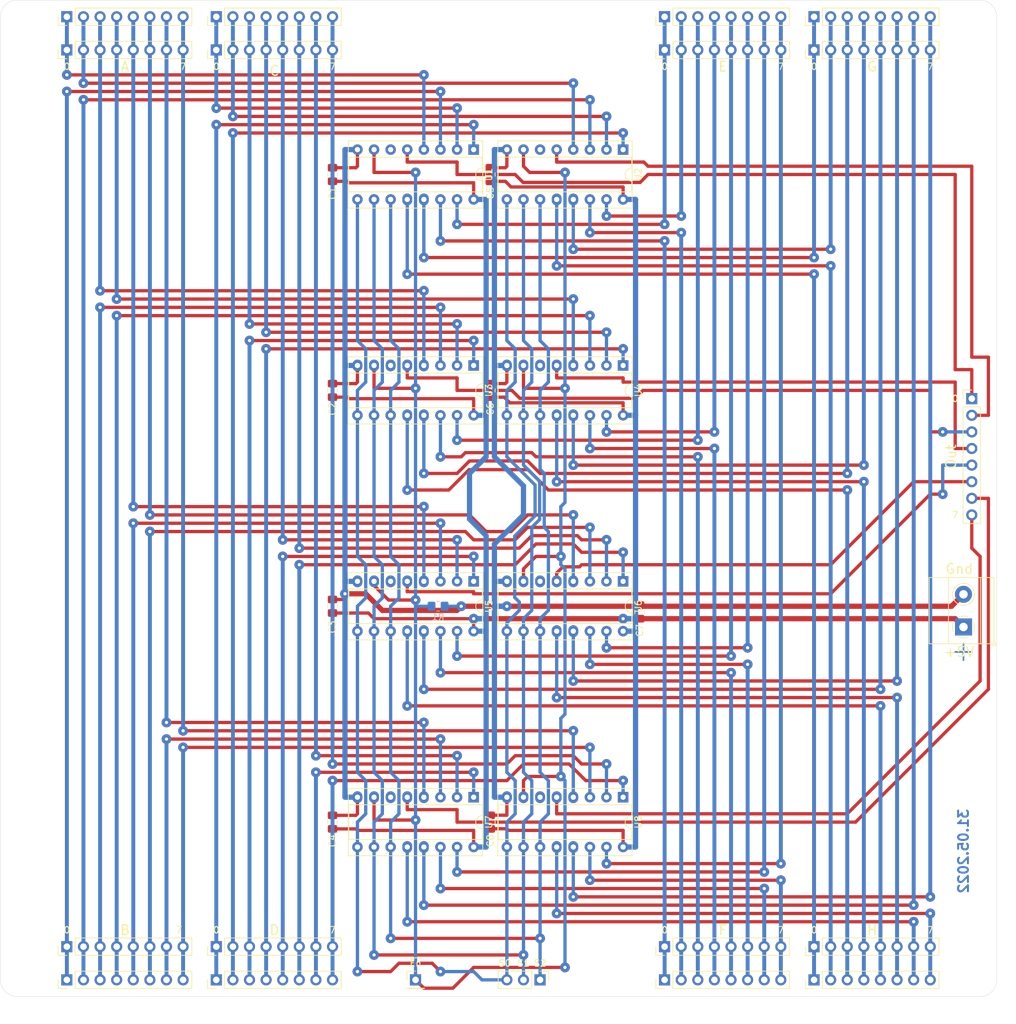
<source format=kicad_pcb>
(kicad_pcb (version 20171130) (host pcbnew "(5.1.8)-1")
  (layers (0 F.Cu signal) (31 B.Cu signal) (34 B.Paste user) (35 F.Paste user) (36 B.SilkS user) (37 F.SilkS user) (38 B.Mask user) (39 F.Mask user) (44 Edge.Cuts user))
  (net 0 "")
  (net 1 /A0)
  (net 2 /A1)
  (net 3 /A2)
  (net 4 /A3)
  (net 5 /A4)
  (net 6 /A5)
  (net 7 /A6)
  (net 8 /A7)
  (net 9 /E0)
  (net 10 /E1)
  (net 11 /E2)
  (net 12 /E3)
  (net 13 /E4)
  (net 14 /E5)
  (net 15 /E6)
  (net 16 /E7)
  (net 17 /B7)
  (net 18 /B6)
  (net 19 /B5)
  (net 20 /B4)
  (net 21 /B3)
  (net 22 /B2)
  (net 23 /B1)
  (net 24 /B0)
  (net 25 /F7)
  (net 26 /F6)
  (net 27 /F5)
  (net 28 /F4)
  (net 29 /F3)
  (net 30 /F2)
  (net 31 /F1)
  (net 32 /F0)
  (net 33 /C0)
  (net 34 /C1)
  (net 35 /C2)
  (net 36 /C3)
  (net 37 /C4)
  (net 38 /C5)
  (net 39 /C6)
  (net 40 /C7)
  (net 41 /G0)
  (net 42 /G1)
  (net 43 /G2)
  (net 44 /G3)
  (net 45 /G4)
  (net 46 /G5)
  (net 47 /G6)
  (net 48 /G7)
  (net 49 /D7)
  (net 50 /D6)
  (net 51 /D5)
  (net 52 /D4)
  (net 53 /D3)
  (net 54 /D2)
  (net 55 /D1)
  (net 56 /D0)
  (net 57 /H7)
  (net 58 /H6)
  (net 59 /H5)
  (net 60 /H4)
  (net 61 /H3)
  (net 62 /H2)
  (net 63 /H1)
  (net 64 /H0)
  (net 65 "Net-(U1-Pad6)")
  (net 66 "Net-(U2-Pad6)")
  (net 67 "Net-(U3-Pad6)")
  (net 68 "Net-(U4-Pad6)")
  (net 69 "Net-(U5-Pad6)")
  (net 70 "Net-(U6-Pad6)")
  (net 71 "Net-(U7-Pad6)")
  (net 72 "Net-(U8-Pad6)")
  (net 73 VCC)
  (net 74 GND)
  (net 75 /S0)
  (net 76 /S1)
  (net 77 /S2)
  (net 78 /O0)
  (net 79 /O1)
  (net 80 /O2)
  (net 81 /O3)
  (net 82 /O4)
  (net 83 /O5)
  (net 84 /O6)
  (net 85 /O7)
  (net 86 /~E)
  (module Connector_PinHeader_2.54mm:PinHeader_1x08_P2.54mm_Vertical (layer F.Cu) (at 39.37 35.56 90)
    (fp_text reference J1 hide)
    (fp_text value Conn_01x08_Male)
    (pad 1 thru_hole rect (at 0 0 90) (size 1.7 1.7) (drill 1) (layers *.Cu *.Mask) (net 1 /A0))
    (pad 2 thru_hole oval (at 0 2.54 90) (size 1.7 1.7) (drill 1) (layers *.Cu *.Mask) (net 2 /A1))
    (pad 3 thru_hole oval (at 0 5.08 90) (size 1.7 1.7) (drill 1) (layers *.Cu *.Mask) (net 3 /A2))
    (pad 4 thru_hole oval (at 0 7.62 90) (size 1.7 1.7) (drill 1) (layers *.Cu *.Mask) (net 4 /A3))
    (pad 5 thru_hole oval (at 0 10.16 90) (size 1.7 1.7) (drill 1) (layers *.Cu *.Mask) (net 5 /A4))
    (pad 6 thru_hole oval (at 0 12.7 90) (size 1.7 1.7) (drill 1) (layers *.Cu *.Mask) (net 6 /A5))
    (pad 7 thru_hole oval (at 0 15.24 90) (size 1.7 1.7) (drill 1) (layers *.Cu *.Mask) (net 7 /A6))
    (pad 8 thru_hole oval (at 0 17.78 90) (size 1.7 1.7) (drill 1) (layers *.Cu *.Mask) (net 8 /A7))
  )
  (module Connector_PinHeader_2.54mm:PinHeader_1x08_P2.54mm_Vertical (layer F.Cu) (at 130.81 35.56 90)
    (fp_text reference J2 hide)
    (fp_text value Conn_01x08_Male)
    (pad 1 thru_hole rect (at 0 0 90) (size 1.7 1.7) (drill 1) (layers *.Cu *.Mask) (net 9 /E0))
    (pad 2 thru_hole oval (at 0 2.54 90) (size 1.7 1.7) (drill 1) (layers *.Cu *.Mask) (net 10 /E1))
    (pad 3 thru_hole oval (at 0 5.08 90) (size 1.7 1.7) (drill 1) (layers *.Cu *.Mask) (net 11 /E2))
    (pad 4 thru_hole oval (at 0 7.62 90) (size 1.7 1.7) (drill 1) (layers *.Cu *.Mask) (net 12 /E3))
    (pad 5 thru_hole oval (at 0 10.16 90) (size 1.7 1.7) (drill 1) (layers *.Cu *.Mask) (net 13 /E4))
    (pad 6 thru_hole oval (at 0 12.7 90) (size 1.7 1.7) (drill 1) (layers *.Cu *.Mask) (net 14 /E5))
    (pad 7 thru_hole oval (at 0 15.24 90) (size 1.7 1.7) (drill 1) (layers *.Cu *.Mask) (net 15 /E6))
    (pad 8 thru_hole oval (at 0 17.78 90) (size 1.7 1.7) (drill 1) (layers *.Cu *.Mask) (net 16 /E7))
  )
  (module Connector_PinHeader_2.54mm:PinHeader_1x08_P2.54mm_Vertical (layer F.Cu) (at 39.37 177.8 90)
    (fp_text reference J3 hide)
    (fp_text value Conn_01x08_Male)
    (pad 8 thru_hole oval (at 0 17.78 90) (size 1.7 1.7) (drill 1) (layers *.Cu *.Mask) (net 17 /B7))
    (pad 7 thru_hole oval (at 0 15.24 90) (size 1.7 1.7) (drill 1) (layers *.Cu *.Mask) (net 18 /B6))
    (pad 6 thru_hole oval (at 0 12.7 90) (size 1.7 1.7) (drill 1) (layers *.Cu *.Mask) (net 19 /B5))
    (pad 5 thru_hole oval (at 0 10.16 90) (size 1.7 1.7) (drill 1) (layers *.Cu *.Mask) (net 20 /B4))
    (pad 4 thru_hole oval (at 0 7.62 90) (size 1.7 1.7) (drill 1) (layers *.Cu *.Mask) (net 21 /B3))
    (pad 3 thru_hole oval (at 0 5.08 90) (size 1.7 1.7) (drill 1) (layers *.Cu *.Mask) (net 22 /B2))
    (pad 2 thru_hole oval (at 0 2.54 90) (size 1.7 1.7) (drill 1) (layers *.Cu *.Mask) (net 23 /B1))
    (pad 1 thru_hole rect (at 0 0 90) (size 1.7 1.7) (drill 1) (layers *.Cu *.Mask) (net 24 /B0))
  )
  (module Connector_PinHeader_2.54mm:PinHeader_1x08_P2.54mm_Vertical (layer F.Cu) (at 130.81 177.8 90)
    (fp_text reference J4 hide)
    (fp_text value Conn_01x08_Male)
    (pad 8 thru_hole oval (at 0 17.78 90) (size 1.7 1.7) (drill 1) (layers *.Cu *.Mask) (net 25 /F7))
    (pad 7 thru_hole oval (at 0 15.24 90) (size 1.7 1.7) (drill 1) (layers *.Cu *.Mask) (net 26 /F6))
    (pad 6 thru_hole oval (at 0 12.7 90) (size 1.7 1.7) (drill 1) (layers *.Cu *.Mask) (net 27 /F5))
    (pad 5 thru_hole oval (at 0 10.16 90) (size 1.7 1.7) (drill 1) (layers *.Cu *.Mask) (net 28 /F4))
    (pad 4 thru_hole oval (at 0 7.62 90) (size 1.7 1.7) (drill 1) (layers *.Cu *.Mask) (net 29 /F3))
    (pad 3 thru_hole oval (at 0 5.08 90) (size 1.7 1.7) (drill 1) (layers *.Cu *.Mask) (net 30 /F2))
    (pad 2 thru_hole oval (at 0 2.54 90) (size 1.7 1.7) (drill 1) (layers *.Cu *.Mask) (net 31 /F1))
    (pad 1 thru_hole rect (at 0 0 90) (size 1.7 1.7) (drill 1) (layers *.Cu *.Mask) (net 32 /F0))
  )
  (module Connector_PinHeader_2.54mm:PinHeader_1x08_P2.54mm_Vertical (layer F.Cu) (at 62.23 30.48 90)
    (fp_text reference J5 hide)
    (fp_text value Conn_01x08_Male)
    (pad 1 thru_hole rect (at 0 0 90) (size 1.7 1.7) (drill 1) (layers *.Cu *.Mask) (net 33 /C0))
    (pad 2 thru_hole oval (at 0 2.54 90) (size 1.7 1.7) (drill 1) (layers *.Cu *.Mask) (net 34 /C1))
    (pad 3 thru_hole oval (at 0 5.08 90) (size 1.7 1.7) (drill 1) (layers *.Cu *.Mask) (net 35 /C2))
    (pad 4 thru_hole oval (at 0 7.62 90) (size 1.7 1.7) (drill 1) (layers *.Cu *.Mask) (net 36 /C3))
    (pad 5 thru_hole oval (at 0 10.16 90) (size 1.7 1.7) (drill 1) (layers *.Cu *.Mask) (net 37 /C4))
    (pad 6 thru_hole oval (at 0 12.7 90) (size 1.7 1.7) (drill 1) (layers *.Cu *.Mask) (net 38 /C5))
    (pad 7 thru_hole oval (at 0 15.24 90) (size 1.7 1.7) (drill 1) (layers *.Cu *.Mask) (net 39 /C6))
    (pad 8 thru_hole oval (at 0 17.78 90) (size 1.7 1.7) (drill 1) (layers *.Cu *.Mask) (net 40 /C7))
  )
  (module Connector_PinHeader_2.54mm:PinHeader_1x08_P2.54mm_Vertical (layer F.Cu) (at 153.67 30.48 90)
    (fp_text reference J6 hide)
    (fp_text value Conn_01x08_Male)
    (pad 1 thru_hole rect (at 0 0 90) (size 1.7 1.7) (drill 1) (layers *.Cu *.Mask) (net 41 /G0))
    (pad 2 thru_hole oval (at 0 2.54 90) (size 1.7 1.7) (drill 1) (layers *.Cu *.Mask) (net 42 /G1))
    (pad 3 thru_hole oval (at 0 5.08 90) (size 1.7 1.7) (drill 1) (layers *.Cu *.Mask) (net 43 /G2))
    (pad 4 thru_hole oval (at 0 7.62 90) (size 1.7 1.7) (drill 1) (layers *.Cu *.Mask) (net 44 /G3))
    (pad 5 thru_hole oval (at 0 10.16 90) (size 1.7 1.7) (drill 1) (layers *.Cu *.Mask) (net 45 /G4))
    (pad 6 thru_hole oval (at 0 12.7 90) (size 1.7 1.7) (drill 1) (layers *.Cu *.Mask) (net 46 /G5))
    (pad 7 thru_hole oval (at 0 15.24 90) (size 1.7 1.7) (drill 1) (layers *.Cu *.Mask) (net 47 /G6))
    (pad 8 thru_hole oval (at 0 17.78 90) (size 1.7 1.7) (drill 1) (layers *.Cu *.Mask) (net 48 /G7))
  )
  (module Connector_PinHeader_2.54mm:PinHeader_1x08_P2.54mm_Vertical (layer F.Cu) (at 62.23 177.8 90)
    (fp_text reference J7 hide)
    (fp_text value Conn_01x08_Male)
    (pad 8 thru_hole oval (at 0 17.78 90) (size 1.7 1.7) (drill 1) (layers *.Cu *.Mask) (net 49 /D7))
    (pad 7 thru_hole oval (at 0 15.24 90) (size 1.7 1.7) (drill 1) (layers *.Cu *.Mask) (net 50 /D6))
    (pad 6 thru_hole oval (at 0 12.7 90) (size 1.7 1.7) (drill 1) (layers *.Cu *.Mask) (net 51 /D5))
    (pad 5 thru_hole oval (at 0 10.16 90) (size 1.7 1.7) (drill 1) (layers *.Cu *.Mask) (net 52 /D4))
    (pad 4 thru_hole oval (at 0 7.62 90) (size 1.7 1.7) (drill 1) (layers *.Cu *.Mask) (net 53 /D3))
    (pad 3 thru_hole oval (at 0 5.08 90) (size 1.7 1.7) (drill 1) (layers *.Cu *.Mask) (net 54 /D2))
    (pad 2 thru_hole oval (at 0 2.54 90) (size 1.7 1.7) (drill 1) (layers *.Cu *.Mask) (net 55 /D1))
    (pad 1 thru_hole rect (at 0 0 90) (size 1.7 1.7) (drill 1) (layers *.Cu *.Mask) (net 56 /D0))
  )
  (module Connector_PinHeader_2.54mm:PinHeader_1x08_P2.54mm_Vertical (layer F.Cu) (at 153.67 172.72 90)
    (fp_text reference J8 hide)
    (fp_text value Conn_01x08_Male)
    (pad 8 thru_hole oval (at 0 17.78 90) (size 1.7 1.7) (drill 1) (layers *.Cu *.Mask) (net 57 /H7))
    (pad 7 thru_hole oval (at 0 15.24 90) (size 1.7 1.7) (drill 1) (layers *.Cu *.Mask) (net 58 /H6))
    (pad 6 thru_hole oval (at 0 12.7 90) (size 1.7 1.7) (drill 1) (layers *.Cu *.Mask) (net 59 /H5))
    (pad 5 thru_hole oval (at 0 10.16 90) (size 1.7 1.7) (drill 1) (layers *.Cu *.Mask) (net 60 /H4))
    (pad 4 thru_hole oval (at 0 7.62 90) (size 1.7 1.7) (drill 1) (layers *.Cu *.Mask) (net 61 /H3))
    (pad 3 thru_hole oval (at 0 5.08 90) (size 1.7 1.7) (drill 1) (layers *.Cu *.Mask) (net 62 /H2))
    (pad 2 thru_hole oval (at 0 2.54 90) (size 1.7 1.7) (drill 1) (layers *.Cu *.Mask) (net 63 /H1))
    (pad 1 thru_hole rect (at 0 0 90) (size 1.7 1.7) (drill 1) (layers *.Cu *.Mask) (net 64 /H0))
  )
  (module Package_DIP:DIP-16_W7.62mm_Socket (layer F.Cu) (at 101.6 50.8 270)
    (fp_text reference U1 (at 3.81 -2.33 90) (layer F.SilkS))
    (fp_text value 74LS151)
    (pad 1 thru_hole rect (at 0 0 270) (size 1.6 1.6) (drill 0.8) (layers *.Cu *.Mask) (net 56 /D0))
    (pad 9 thru_hole oval (at 7.62 17.78 270) (size 1.6 1.6) (drill 0.8) (layers *.Cu *.Mask) (net 77 /S2))
    (pad 2 thru_hole oval (at 0 2.54 270) (size 1.6 1.6) (drill 0.8) (layers *.Cu *.Mask) (net 33 /C0))
    (pad 10 thru_hole oval (at 7.62 15.24 270) (size 1.6 1.6) (drill 0.8) (layers *.Cu *.Mask) (net 76 /S1))
    (pad 3 thru_hole oval (at 0 5.08 270) (size 1.6 1.6) (drill 0.8) (layers *.Cu *.Mask) (net 24 /B0))
    (pad 11 thru_hole oval (at 7.62 12.7 270) (size 1.6 1.6) (drill 0.8) (layers *.Cu *.Mask) (net 75 /S0))
    (pad 4 thru_hole oval (at 0 7.62 270) (size 1.6 1.6) (drill 0.8) (layers *.Cu *.Mask) (net 1 /A0))
    (pad 12 thru_hole oval (at 7.62 10.16 270) (size 1.8 1.5) (drill 0.8) (layers *.Cu *.Mask) (net 64 /H0))
    (pad 5 thru_hole oval (at 0 10.16 270) (size 1.6 1.6) (drill 0.8) (layers *.Cu *.Mask) (net 78 /O0))
    (pad 13 thru_hole oval (at 7.62 7.62 270) (size 1.8 1.5) (drill 0.8) (layers *.Cu *.Mask) (net 41 /G0))
    (pad 6 thru_hole oval (at 0 12.7 270) (size 1.6 1.6) (drill 0.8) (layers *.Cu *.Mask) (net 65 "Net-(U1-Pad6)"))
    (pad 14 thru_hole oval (at 7.62 5.08 270) (size 1.6 1.6) (drill 0.8) (layers *.Cu *.Mask) (net 32 /F0))
    (pad 7 thru_hole oval (at 0 15.24 270) (size 1.6 1.6) (drill 0.8) (layers *.Cu *.Mask) (net 86 /~E))
    (pad 15 thru_hole oval (at 7.62 2.54 270) (size 1.6 1.6) (drill 0.8) (layers *.Cu *.Mask) (net 9 /E0))
    (pad 8 thru_hole oval (at 0 17.78 270) (size 1.6 1.6) (drill 0.8) (layers *.Cu *.Mask) (net 74 GND))
    (pad 16 thru_hole oval (at 7.62 0 270) (size 1.6 1.6) (drill 0.8) (layers *.Cu *.Mask) (net 73 VCC))
  )
  (module Package_DIP:DIP-16_W7.62mm_Socket (layer F.Cu) (at 124.46 50.8 270)
    (fp_text reference U2 (at 3.81 -2.33 90) (layer F.SilkS))
    (fp_text value 74LS151)
    (pad 16 thru_hole oval (at 7.62 0 270) (size 1.6 1.6) (drill 0.8) (layers *.Cu *.Mask) (net 73 VCC))
    (pad 8 thru_hole oval (at 0 17.78 270) (size 1.6 1.6) (drill 0.8) (layers *.Cu *.Mask) (net 74 GND))
    (pad 15 thru_hole oval (at 7.62 2.54 270) (size 1.6 1.6) (drill 0.8) (layers *.Cu *.Mask) (net 10 /E1))
    (pad 7 thru_hole oval (at 0 15.24 270) (size 1.6 1.6) (drill 0.8) (layers *.Cu *.Mask) (net 86 /~E))
    (pad 14 thru_hole oval (at 7.62 5.08 270) (size 1.6 1.6) (drill 0.8) (layers *.Cu *.Mask) (net 31 /F1))
    (pad 6 thru_hole oval (at 0 12.7 270) (size 1.6 1.6) (drill 0.8) (layers *.Cu *.Mask) (net 66 "Net-(U2-Pad6)"))
    (pad 13 thru_hole oval (at 7.62 7.62 270) (size 1.8 1.5) (drill 0.8) (layers *.Cu *.Mask) (net 42 /G1))
    (pad 5 thru_hole oval (at 0 10.16 270) (size 1.6 1.6) (drill 0.8) (layers *.Cu *.Mask) (net 79 /O1))
    (pad 12 thru_hole oval (at 7.62 10.16 270) (size 1.8 1.5) (drill 0.8) (layers *.Cu *.Mask) (net 63 /H1))
    (pad 4 thru_hole oval (at 0 7.62 270) (size 1.6 1.6) (drill 0.8) (layers *.Cu *.Mask) (net 2 /A1))
    (pad 11 thru_hole oval (at 7.62 12.7 270) (size 1.6 1.6) (drill 0.8) (layers *.Cu *.Mask) (net 75 /S0))
    (pad 3 thru_hole oval (at 0 5.08 270) (size 1.6 1.6) (drill 0.8) (layers *.Cu *.Mask) (net 23 /B1))
    (pad 10 thru_hole oval (at 7.62 15.24 270) (size 1.6 1.6) (drill 0.8) (layers *.Cu *.Mask) (net 76 /S1))
    (pad 2 thru_hole oval (at 0 2.54 270) (size 1.6 1.6) (drill 0.8) (layers *.Cu *.Mask) (net 34 /C1))
    (pad 9 thru_hole oval (at 7.62 17.78 270) (size 1.6 1.6) (drill 0.8) (layers *.Cu *.Mask) (net 77 /S2))
    (pad 1 thru_hole rect (at 0 0 270) (size 1.6 1.6) (drill 0.8) (layers *.Cu *.Mask) (net 55 /D1))
  )
  (module Package_DIP:DIP-16_W7.62mm_Socket (layer F.Cu) (at 101.6 83.82 270)
    (fp_text reference U3 (at 3.81 -2.33 90) (layer F.SilkS))
    (fp_text value 74LS151)
    (pad 1 thru_hole rect (at 0 0 270) (size 1.6 1.6) (drill 0.8) (layers *.Cu *.Mask) (net 54 /D2))
    (pad 9 thru_hole oval (at 7.62 17.78 270) (size 1.6 1.6) (drill 0.8) (layers *.Cu *.Mask) (net 77 /S2))
    (pad 2 thru_hole oval (at 0 2.54 270) (size 1.6 1.6) (drill 0.8) (layers *.Cu *.Mask) (net 35 /C2))
    (pad 10 thru_hole oval (at 7.62 15.24 270) (size 1.6 1.6) (drill 0.8) (layers *.Cu *.Mask) (net 76 /S1))
    (pad 3 thru_hole oval (at 0 5.08 270) (size 1.6 1.6) (drill 0.8) (layers *.Cu *.Mask) (net 22 /B2))
    (pad 11 thru_hole oval (at 7.62 12.7 270) (size 1.6 1.6) (drill 0.8) (layers *.Cu *.Mask) (net 75 /S0))
    (pad 4 thru_hole oval (at 0 7.62 270) (size 1.8 1.5) (drill 0.8) (layers *.Cu *.Mask) (net 3 /A2))
    (pad 12 thru_hole oval (at 7.62 10.16 270) (size 1.8 1.5) (drill 0.8) (layers *.Cu *.Mask) (net 62 /H2))
    (pad 5 thru_hole oval (at 0 10.16 270) (size 1.8 1.5) (drill 0.8) (layers *.Cu *.Mask) (net 80 /O2))
    (pad 13 thru_hole oval (at 7.62 7.62 270) (size 1.8 1.5) (drill 0.8) (layers *.Cu *.Mask) (net 43 /G2))
    (pad 6 thru_hole oval (at 0 12.7 270) (size 1.8 1.5) (drill 0.8) (layers *.Cu *.Mask) (net 67 "Net-(U3-Pad6)"))
    (pad 14 thru_hole oval (at 7.62 5.08 270) (size 1.6 1.6) (drill 0.8) (layers *.Cu *.Mask) (net 30 /F2))
    (pad 7 thru_hole oval (at 0 15.24 270) (size 1.8 1.5) (drill 0.8) (layers *.Cu *.Mask) (net 86 /~E))
    (pad 15 thru_hole oval (at 7.62 2.54 270) (size 1.6 1.6) (drill 0.8) (layers *.Cu *.Mask) (net 11 /E2))
    (pad 8 thru_hole oval (at 0 17.78 270) (size 1.8 1.5) (drill 0.8) (layers *.Cu *.Mask) (net 74 GND))
    (pad 16 thru_hole oval (at 7.62 0 270) (size 1.6 1.6) (drill 0.8) (layers *.Cu *.Mask) (net 73 VCC))
  )
  (module Package_DIP:DIP-16_W7.62mm_Socket (layer F.Cu) (at 124.46 83.82 270)
    (fp_text reference U4 (at 3.81 -2.33 90) (layer F.SilkS))
    (fp_text value 74LS151)
    (pad 16 thru_hole oval (at 7.62 0 270) (size 1.6 1.6) (drill 0.8) (layers *.Cu *.Mask) (net 73 VCC))
    (pad 8 thru_hole oval (at 0 17.78 270) (size 1.8 1.5) (drill 0.8) (layers *.Cu *.Mask) (net 74 GND))
    (pad 15 thru_hole oval (at 7.62 2.54 270) (size 1.6 1.6) (drill 0.8) (layers *.Cu *.Mask) (net 12 /E3))
    (pad 7 thru_hole oval (at 0 15.24 270) (size 1.8 1.5) (drill 0.8) (layers *.Cu *.Mask) (net 86 /~E))
    (pad 14 thru_hole oval (at 7.62 5.08 270) (size 1.6 1.6) (drill 0.8) (layers *.Cu *.Mask) (net 29 /F3))
    (pad 6 thru_hole oval (at 0 12.7 270) (size 1.8 1.5) (drill 0.8) (layers *.Cu *.Mask) (net 68 "Net-(U4-Pad6)"))
    (pad 13 thru_hole oval (at 7.62 7.62 270) (size 1.8 1.5) (drill 0.8) (layers *.Cu *.Mask) (net 44 /G3))
    (pad 5 thru_hole oval (at 0 10.16 270) (size 1.8 1.5) (drill 0.8) (layers *.Cu *.Mask) (net 81 /O3))
    (pad 12 thru_hole oval (at 7.62 10.16 270) (size 1.8 1.5) (drill 0.8) (layers *.Cu *.Mask) (net 61 /H3))
    (pad 4 thru_hole oval (at 0 7.62 270) (size 1.8 1.5) (drill 0.8) (layers *.Cu *.Mask) (net 4 /A3))
    (pad 11 thru_hole oval (at 7.62 12.7 270) (size 1.6 1.6) (drill 0.8) (layers *.Cu *.Mask) (net 75 /S0))
    (pad 3 thru_hole oval (at 0 5.08 270) (size 1.6 1.6) (drill 0.8) (layers *.Cu *.Mask) (net 21 /B3))
    (pad 10 thru_hole oval (at 7.62 15.24 270) (size 1.6 1.6) (drill 0.8) (layers *.Cu *.Mask) (net 76 /S1))
    (pad 2 thru_hole oval (at 0 2.54 270) (size 1.6 1.6) (drill 0.8) (layers *.Cu *.Mask) (net 36 /C3))
    (pad 9 thru_hole oval (at 7.62 17.78 270) (size 1.6 1.6) (drill 0.8) (layers *.Cu *.Mask) (net 77 /S2))
    (pad 1 thru_hole rect (at 0 0 270) (size 1.6 1.6) (drill 0.8) (layers *.Cu *.Mask) (net 53 /D3))
  )
  (module Package_DIP:DIP-16_W7.62mm_Socket (layer F.Cu) (at 101.6 116.84 270)
    (fp_text reference U5 (at 3.81 -2.33 90) (layer F.SilkS))
    (fp_text value 74LS151)
    (pad 1 thru_hole rect (at 0 0 270) (size 1.6 1.6) (drill 0.8) (layers *.Cu *.Mask) (net 52 /D4))
    (pad 9 thru_hole oval (at 7.62 17.78 270) (size 1.6 1.6) (drill 0.8) (layers *.Cu *.Mask) (net 77 /S2))
    (pad 2 thru_hole oval (at 0 2.54 270) (size 1.6 1.6) (drill 0.8) (layers *.Cu *.Mask) (net 37 /C4))
    (pad 10 thru_hole oval (at 7.62 15.24 270) (size 1.6 1.6) (drill 0.8) (layers *.Cu *.Mask) (net 76 /S1))
    (pad 3 thru_hole oval (at 0 5.08 270) (size 1.6 1.6) (drill 0.8) (layers *.Cu *.Mask) (net 20 /B4))
    (pad 11 thru_hole oval (at 7.62 12.7 270) (size 1.6 1.6) (drill 0.8) (layers *.Cu *.Mask) (net 75 /S0))
    (pad 4 thru_hole oval (at 0 7.62 270) (size 1.8 1.5) (drill 0.8) (layers *.Cu *.Mask) (net 5 /A4))
    (pad 12 thru_hole oval (at 7.62 10.16 270) (size 1.8 1.5) (drill 0.8) (layers *.Cu *.Mask) (net 60 /H4))
    (pad 5 thru_hole oval (at 0 10.16 270) (size 1.8 1.5) (drill 0.8) (layers *.Cu *.Mask) (net 82 /O4))
    (pad 13 thru_hole oval (at 7.62 7.62 270) (size 1.8 1.5) (drill 0.8) (layers *.Cu *.Mask) (net 45 /G4))
    (pad 6 thru_hole oval (at 0 12.7 270) (size 1.8 1.5) (drill 0.8) (layers *.Cu *.Mask) (net 69 "Net-(U5-Pad6)"))
    (pad 14 thru_hole oval (at 7.62 5.08 270) (size 1.6 1.6) (drill 0.8) (layers *.Cu *.Mask) (net 28 /F4))
    (pad 7 thru_hole oval (at 0 15.24 270) (size 1.8 1.5) (drill 0.8) (layers *.Cu *.Mask) (net 86 /~E))
    (pad 15 thru_hole oval (at 7.62 2.54 270) (size 1.6 1.6) (drill 0.8) (layers *.Cu *.Mask) (net 13 /E4))
    (pad 8 thru_hole oval (at 0 17.78 270) (size 1.8 1.5) (drill 0.8) (layers *.Cu *.Mask) (net 74 GND))
    (pad 16 thru_hole oval (at 7.62 0 270) (size 1.6 1.6) (drill 0.8) (layers *.Cu *.Mask) (net 73 VCC))
  )
  (module Package_DIP:DIP-16_W7.62mm_Socket (layer F.Cu) (at 124.46 116.84 270)
    (fp_text reference U6 (at 3.81 -2.33 90) (layer F.SilkS))
    (fp_text value 74LS151)
    (pad 16 thru_hole oval (at 7.62 0 270) (size 1.6 1.6) (drill 0.8) (layers *.Cu *.Mask) (net 73 VCC))
    (pad 8 thru_hole oval (at 0 17.78 270) (size 1.8 1.5) (drill 0.8) (layers *.Cu *.Mask) (net 74 GND))
    (pad 15 thru_hole oval (at 7.62 2.54 270) (size 1.6 1.6) (drill 0.8) (layers *.Cu *.Mask) (net 14 /E5))
    (pad 7 thru_hole oval (at 0 15.24 270) (size 1.8 1.5) (drill 0.8) (layers *.Cu *.Mask) (net 86 /~E))
    (pad 14 thru_hole oval (at 7.62 5.08 270) (size 1.6 1.6) (drill 0.8) (layers *.Cu *.Mask) (net 27 /F5))
    (pad 6 thru_hole oval (at 0 12.7 270) (size 1.8 1.5) (drill 0.8) (layers *.Cu *.Mask) (net 70 "Net-(U6-Pad6)"))
    (pad 13 thru_hole oval (at 7.62 7.62 270) (size 1.8 1.5) (drill 0.8) (layers *.Cu *.Mask) (net 46 /G5))
    (pad 5 thru_hole oval (at 0 10.16 270) (size 1.8 1.5) (drill 0.8) (layers *.Cu *.Mask) (net 83 /O5))
    (pad 12 thru_hole oval (at 7.62 10.16 270) (size 1.8 1.5) (drill 0.8) (layers *.Cu *.Mask) (net 59 /H5))
    (pad 4 thru_hole oval (at 0 7.62 270) (size 1.8 1.5) (drill 0.8) (layers *.Cu *.Mask) (net 6 /A5))
    (pad 11 thru_hole oval (at 7.62 12.7 270) (size 1.6 1.6) (drill 0.8) (layers *.Cu *.Mask) (net 75 /S0))
    (pad 3 thru_hole oval (at 0 5.08 270) (size 1.6 1.6) (drill 0.8) (layers *.Cu *.Mask) (net 19 /B5))
    (pad 10 thru_hole oval (at 7.62 15.24 270) (size 1.6 1.6) (drill 0.8) (layers *.Cu *.Mask) (net 76 /S1))
    (pad 2 thru_hole oval (at 0 2.54 270) (size 1.6 1.6) (drill 0.8) (layers *.Cu *.Mask) (net 38 /C5))
    (pad 9 thru_hole oval (at 7.62 17.78 270) (size 1.6 1.6) (drill 0.8) (layers *.Cu *.Mask) (net 77 /S2))
    (pad 1 thru_hole rect (at 0 0 270) (size 1.6 1.6) (drill 0.8) (layers *.Cu *.Mask) (net 51 /D5))
  )
  (module Package_DIP:DIP-16_W7.62mm_Socket (layer F.Cu) (at 101.6 149.86 270)
    (fp_text reference U7 (at 3.81 -2.33 90) (layer F.SilkS))
    (fp_text value 74LS151)
    (pad 1 thru_hole rect (at 0 0 270) (size 1.6 1.6) (drill 0.8) (layers *.Cu *.Mask) (net 50 /D6))
    (pad 9 thru_hole oval (at 7.62 17.78 270) (size 1.6 1.6) (drill 0.8) (layers *.Cu *.Mask) (net 77 /S2))
    (pad 2 thru_hole oval (at 0 2.54 270) (size 1.6 1.6) (drill 0.8) (layers *.Cu *.Mask) (net 39 /C6))
    (pad 10 thru_hole oval (at 7.62 15.24 270) (size 1.6 1.6) (drill 0.8) (layers *.Cu *.Mask) (net 76 /S1))
    (pad 3 thru_hole oval (at 0 5.08 270) (size 1.6 1.6) (drill 0.8) (layers *.Cu *.Mask) (net 18 /B6))
    (pad 11 thru_hole oval (at 7.62 12.7 270) (size 1.6 1.6) (drill 0.8) (layers *.Cu *.Mask) (net 75 /S0))
    (pad 4 thru_hole oval (at 0 7.62 270) (size 1.8 1.5) (drill 0.8) (layers *.Cu *.Mask) (net 7 /A6))
    (pad 12 thru_hole oval (at 7.62 10.16 270) (size 1.8 1.5) (drill 0.8) (layers *.Cu *.Mask) (net 58 /H6))
    (pad 5 thru_hole oval (at 0 10.16 270) (size 1.8 1.5) (drill 0.8) (layers *.Cu *.Mask) (net 84 /O6))
    (pad 13 thru_hole oval (at 7.62 7.62 270) (size 1.8 1.5) (drill 0.8) (layers *.Cu *.Mask) (net 47 /G6))
    (pad 6 thru_hole oval (at 0 12.7 270) (size 1.8 1.5) (drill 0.8) (layers *.Cu *.Mask) (net 71 "Net-(U7-Pad6)"))
    (pad 14 thru_hole oval (at 7.62 5.08 270) (size 1.6 1.6) (drill 0.8) (layers *.Cu *.Mask) (net 26 /F6))
    (pad 7 thru_hole oval (at 0 15.24 270) (size 1.8 1.5) (drill 0.8) (layers *.Cu *.Mask) (net 86 /~E))
    (pad 15 thru_hole oval (at 7.62 2.54 270) (size 1.6 1.6) (drill 0.8) (layers *.Cu *.Mask) (net 15 /E6))
    (pad 8 thru_hole oval (at 0 17.78 270) (size 1.8 1.5) (drill 0.8) (layers *.Cu *.Mask) (net 74 GND))
    (pad 16 thru_hole oval (at 7.62 0 270) (size 1.6 1.6) (drill 0.8) (layers *.Cu *.Mask) (net 73 VCC))
  )
  (module Package_DIP:DIP-16_W7.62mm_Socket (layer F.Cu) (at 124.46 149.86 270)
    (fp_text reference U8 (at 3.81 -2.33 90) (layer F.SilkS))
    (fp_text value 74LS151)
    (pad 16 thru_hole oval (at 7.62 0 270) (size 1.6 1.6) (drill 0.8) (layers *.Cu *.Mask) (net 73 VCC))
    (pad 8 thru_hole oval (at 0 17.78 270) (size 1.8 1.5) (drill 0.8) (layers *.Cu *.Mask) (net 74 GND))
    (pad 15 thru_hole oval (at 7.62 2.54 270) (size 1.6 1.6) (drill 0.8) (layers *.Cu *.Mask) (net 16 /E7))
    (pad 7 thru_hole oval (at 0 15.24 270) (size 1.8 1.5) (drill 0.8) (layers *.Cu *.Mask) (net 86 /~E))
    (pad 14 thru_hole oval (at 7.62 5.08 270) (size 1.6 1.6) (drill 0.8) (layers *.Cu *.Mask) (net 25 /F7))
    (pad 6 thru_hole oval (at 0 12.7 270) (size 1.8 1.5) (drill 0.8) (layers *.Cu *.Mask) (net 72 "Net-(U8-Pad6)"))
    (pad 13 thru_hole oval (at 7.62 7.62 270) (size 1.8 1.5) (drill 0.8) (layers *.Cu *.Mask) (net 48 /G7))
    (pad 5 thru_hole oval (at 0 10.16 270) (size 1.8 1.5) (drill 0.8) (layers *.Cu *.Mask) (net 85 /O7))
    (pad 12 thru_hole oval (at 7.62 10.16 270) (size 1.8 1.5) (drill 0.8) (layers *.Cu *.Mask) (net 57 /H7))
    (pad 4 thru_hole oval (at 0 7.62 270) (size 1.8 1.5) (drill 0.8) (layers *.Cu *.Mask) (net 8 /A7))
    (pad 11 thru_hole oval (at 7.62 12.7 270) (size 1.6 1.6) (drill 0.8) (layers *.Cu *.Mask) (net 75 /S0))
    (pad 3 thru_hole oval (at 0 5.08 270) (size 1.6 1.6) (drill 0.8) (layers *.Cu *.Mask) (net 17 /B7))
    (pad 10 thru_hole oval (at 7.62 15.24 270) (size 1.6 1.6) (drill 0.8) (layers *.Cu *.Mask) (net 76 /S1))
    (pad 2 thru_hole oval (at 0 2.54 270) (size 1.6 1.6) (drill 0.8) (layers *.Cu *.Mask) (net 40 /C7))
    (pad 9 thru_hole oval (at 7.62 17.78 270) (size 1.6 1.6) (drill 0.8) (layers *.Cu *.Mask) (net 77 /S2))
    (pad 1 thru_hole rect (at 0 0 270) (size 1.6 1.6) (drill 0.8) (layers *.Cu *.Mask) (net 49 /D7))
  )
  (module TerminalBlock_Phoenix:TerminalBlock_Phoenix_MKDS-1,5-2_1x02_P5.00mm_Horizontal (layer F.Cu) (at 176.53 123.825 90)
    (fp_text reference J9 hide)
    (fp_text value Screw_Terminal_01x02)
    (pad 1 thru_hole rect (at 0 0 90) (size 2.6 2.6) (drill 1.3) (layers *.Cu *.Mask) (net 73 VCC))
    (pad 2 thru_hole circle (at 5 0 90) (size 2.6 2.6) (drill 1.3) (layers *.Cu *.Mask) (net 74 GND))
  )
  (module Connector_PinHeader_2.54mm:PinHeader_1x03_P2.54mm_Vertical (layer F.Cu) (at 111.76 177.8 270)
    (fp_text reference J10 hide)
    (fp_text value Conn_01x03_Male)
    (pad 1 thru_hole rect (at 0 0 270) (size 1.7 1.7) (drill 1) (layers *.Cu *.Mask) (net 75 /S0))
    (pad 2 thru_hole oval (at 0 2.54 270) (size 1.7 1.7) (drill 1) (layers *.Cu *.Mask) (net 76 /S1))
    (pad 3 thru_hole oval (at 0 5.08 270) (size 1.7 1.7) (drill 1) (layers *.Cu *.Mask) (net 77 /S2))
  )
  (module Connector_PinHeader_2.54mm:PinHeader_1x08_P2.54mm_Vertical (layer F.Cu) (at 177.8 88.9)
    (fp_text reference J11 hide)
    (fp_text value Conn_01x08_Male)
    (pad 1 thru_hole rect (at 0 0) (size 1.7 1.7) (drill 1) (layers *.Cu *.Mask) (net 78 /O0))
    (pad 2 thru_hole oval (at 0 2.54) (size 1.7 1.7) (drill 1) (layers *.Cu *.Mask) (net 79 /O1))
    (pad 3 thru_hole oval (at 0 5.08) (size 1.7 1.7) (drill 1) (layers *.Cu *.Mask) (net 80 /O2))
    (pad 4 thru_hole oval (at 0 7.62) (size 1.7 1.7) (drill 1) (layers *.Cu *.Mask) (net 81 /O3))
    (pad 5 thru_hole oval (at 0 10.16) (size 1.7 1.7) (drill 1) (layers *.Cu *.Mask) (net 82 /O4))
    (pad 6 thru_hole oval (at 0 12.7) (size 1.7 1.7) (drill 1) (layers *.Cu *.Mask) (net 83 /O5))
    (pad 7 thru_hole oval (at 0 15.24) (size 1.7 1.7) (drill 1) (layers *.Cu *.Mask) (net 84 /O6))
    (pad 8 thru_hole oval (at 0 17.78) (size 1.7 1.7) (drill 1) (layers *.Cu *.Mask) (net 85 /O7))
  )
  (module Capacitor_SMD:C_0805_2012Metric_Pad1.18x1.45mm_HandSolder (layer F.Cu) (at 80.01 54.61 90)
    (fp_text reference C1 (at -2.8575 0 90) (layer F.SilkS))
    (fp_text value 0.1uF)
    (pad 1 smd roundrect (at -1.0375 0 90) (size 1.175 1.45) (layers F.Cu F.Paste F.Mask) (roundrect_rratio 0.2127659574468085) (net 73 VCC))
    (pad 2 smd roundrect (at 1.0375 0 90) (size 1.175 1.45) (layers F.Cu F.Paste F.Mask) (roundrect_rratio 0.2127659574468085) (net 74 GND))
  )
  (module Capacitor_SMD:C_0805_2012Metric_Pad1.18x1.45mm_HandSolder (layer F.Cu) (at 80.01 87.63 90)
    (fp_text reference C2 (at -2.8575 0 90) (layer F.SilkS))
    (fp_text value 0.1uF)
    (pad 2 smd roundrect (at 1.0375 0 90) (size 1.175 1.45) (layers F.Cu F.Paste F.Mask) (roundrect_rratio 0.2127659574468085) (net 74 GND))
    (pad 1 smd roundrect (at -1.0375 0 90) (size 1.175 1.45) (layers F.Cu F.Paste F.Mask) (roundrect_rratio 0.2127659574468085) (net 73 VCC))
  )
  (module Capacitor_SMD:C_0805_2012Metric_Pad1.18x1.45mm_HandSolder (layer F.Cu) (at 80.01 120.65 90)
    (fp_text reference C3 (at -3.175 0 90) (layer F.SilkS))
    (fp_text value 0.1uF)
    (pad 1 smd roundrect (at -1.0375 0 90) (size 1.175 1.45) (layers F.Cu F.Paste F.Mask) (roundrect_rratio 0.2127659574468085) (net 73 VCC))
    (pad 2 smd roundrect (at 1.0375 0 90) (size 1.175 1.45) (layers F.Cu F.Paste F.Mask) (roundrect_rratio 0.2127659574468085) (net 74 GND))
  )
  (module Capacitor_SMD:C_0805_2012Metric_Pad1.18x1.45mm_HandSolder (layer F.Cu) (at 80.01 153.67 90)
    (fp_text reference C4 (at -2.8575 0 90) (layer F.SilkS))
    (fp_text value 0.1uF)
    (pad 2 smd roundrect (at 1.0375 0 90) (size 1.175 1.45) (layers F.Cu F.Paste F.Mask) (roundrect_rratio 0.2127659574468085) (net 74 GND))
    (pad 1 smd roundrect (at -1.0375 0 90) (size 1.175 1.45) (layers F.Cu F.Paste F.Mask) (roundrect_rratio 0.2127659574468085) (net 73 VCC))
  )
  (module Capacitor_SMD:C_0805_2012Metric_Pad1.18x1.45mm_HandSolder (layer F.Cu) (at 104.14 54.61 90)
    (fp_text reference C5 (at -2.8575 0 90) (layer F.SilkS))
    (fp_text value 0.1uF)
    (pad 1 smd roundrect (at -1.0375 0 90) (size 1.175 1.45) (layers F.Cu F.Paste F.Mask) (roundrect_rratio 0.2127659574468085) (net 73 VCC))
    (pad 2 smd roundrect (at 1.0375 0 90) (size 1.175 1.45) (layers F.Cu F.Paste F.Mask) (roundrect_rratio 0.2127659574468085) (net 74 GND))
  )
  (module Capacitor_SMD:C_0805_2012Metric_Pad1.18x1.45mm_HandSolder (layer F.Cu) (at 104.14 87.63 90)
    (fp_text reference C6 (at -2.8575 0 90) (layer F.SilkS))
    (fp_text value 0.1uF)
    (pad 2 smd roundrect (at 1.0375 0 90) (size 1.175 1.45) (layers F.Cu F.Paste F.Mask) (roundrect_rratio 0.2127659574468085) (net 74 GND))
    (pad 1 smd roundrect (at -1.0375 0 90) (size 1.175 1.45) (layers F.Cu F.Paste F.Mask) (roundrect_rratio 0.2127659574468085) (net 73 VCC))
  )
  (module Capacitor_SMD:C_0805_2012Metric_Pad1.18x1.45mm_HandSolder (layer F.Cu) (at 127 121.5175 90)
    (fp_text reference C7 (at -2.8575 0 90) (layer F.SilkS))
    (fp_text value 0.1uF)
    (pad 1 smd roundrect (at -1.0375 0 90) (size 1.175 1.45) (layers F.Cu F.Paste F.Mask) (roundrect_rratio 0.2127659574468085) (net 73 VCC))
    (pad 2 smd roundrect (at 1.0375 0 90) (size 1.175 1.45) (layers F.Cu F.Paste F.Mask) (roundrect_rratio 0.2127659574468085) (net 74 GND))
  )
  (module Capacitor_SMD:C_0805_2012Metric_Pad1.18x1.45mm_HandSolder (layer F.Cu) (at 104.14 153.67 90)
    (fp_text reference C8 (at -2.8575 0 90) (layer F.SilkS))
    (fp_text value 0.1uF)
    (pad 2 smd roundrect (at 1.0375 0 90) (size 1.175 1.45) (layers F.Cu F.Paste F.Mask) (roundrect_rratio 0.2127659574468085) (net 74 GND))
    (pad 1 smd roundrect (at -1.0375 0 90) (size 1.175 1.45) (layers F.Cu F.Paste F.Mask) (roundrect_rratio 0.2127659574468085) (net 73 VCC))
  )
  (module MountingHole:MountingHole_3.2mm_M3 (layer F.Cu) (at 34.29 33.02)
    (fp_text reference H1 hide)
    (fp_text value MountingHole)
    (pad 1 np_thru_hole circle (at 0 0) (size 3.2 3.2) (drill 3.2) (layers *.Cu *.Mask))
  )
  (module MountingHole:MountingHole_3.2mm_M3 (layer F.Cu) (at 105.41 104.14)
    (fp_text reference H2 hide)
    (fp_text value MountingHole)
    (pad 1 np_thru_hole circle (at 0 0) (size 3.2 3.2) (drill 3.2) (layers *.Cu *.Mask))
  )
  (module MountingHole:MountingHole_3.2mm_M3 (layer F.Cu) (at 34.29 175.26)
    (fp_text reference H3 hide)
    (fp_text value MountingHole)
    (pad 1 np_thru_hole circle (at 0 0) (size 3.2 3.2) (drill 3.2) (layers *.Cu *.Mask))
  )
  (module MountingHole:MountingHole_3.2mm_M3 (layer F.Cu) (at 176.53 33.02)
    (fp_text reference H4 hide)
    (fp_text value MountingHole)
    (pad 1 np_thru_hole circle (at 0 0) (size 3.2 3.2) (drill 3.2) (layers *.Cu *.Mask))
  )
  (module MountingHole:MountingHole_3.2mm_M3 (layer F.Cu) (at 176.53 175.26)
    (fp_text reference H5 hide)
    (fp_text value MountingHole)
    (pad 1 np_thru_hole circle (at 0 0) (size 3.2 3.2) (drill 3.2) (layers *.Cu *.Mask))
  )
  (module Connector_PinHeader_2.54mm:PinHeader_1x08_P2.54mm_Vertical (layer F.Cu) (at 39.37 30.48 90)
    (fp_text reference J12 hide)
    (fp_text value Conn_01x08_Male)
    (pad 1 thru_hole rect (at 0 0 90) (size 1.7 1.7) (drill 1) (layers *.Cu *.Mask) (net 1 /A0))
    (pad 2 thru_hole oval (at 0 2.54 90) (size 1.7 1.7) (drill 1) (layers *.Cu *.Mask) (net 2 /A1))
    (pad 3 thru_hole oval (at 0 5.08 90) (size 1.7 1.7) (drill 1) (layers *.Cu *.Mask) (net 3 /A2))
    (pad 4 thru_hole oval (at 0 7.62 90) (size 1.7 1.7) (drill 1) (layers *.Cu *.Mask) (net 4 /A3))
    (pad 5 thru_hole oval (at 0 10.16 90) (size 1.7 1.7) (drill 1) (layers *.Cu *.Mask) (net 5 /A4))
    (pad 6 thru_hole oval (at 0 12.7 90) (size 1.7 1.7) (drill 1) (layers *.Cu *.Mask) (net 6 /A5))
    (pad 7 thru_hole oval (at 0 15.24 90) (size 1.7 1.7) (drill 1) (layers *.Cu *.Mask) (net 7 /A6))
    (pad 8 thru_hole oval (at 0 17.78 90) (size 1.7 1.7) (drill 1) (layers *.Cu *.Mask) (net 8 /A7))
  )
  (module Connector_PinHeader_2.54mm:PinHeader_1x08_P2.54mm_Vertical (layer F.Cu) (at 130.81 30.48 90)
    (fp_text reference J13 hide)
    (fp_text value Conn_01x08_Male)
    (pad 1 thru_hole rect (at 0 0 90) (size 1.7 1.7) (drill 1) (layers *.Cu *.Mask) (net 9 /E0))
    (pad 2 thru_hole oval (at 0 2.54 90) (size 1.7 1.7) (drill 1) (layers *.Cu *.Mask) (net 10 /E1))
    (pad 3 thru_hole oval (at 0 5.08 90) (size 1.7 1.7) (drill 1) (layers *.Cu *.Mask) (net 11 /E2))
    (pad 4 thru_hole oval (at 0 7.62 90) (size 1.7 1.7) (drill 1) (layers *.Cu *.Mask) (net 12 /E3))
    (pad 5 thru_hole oval (at 0 10.16 90) (size 1.7 1.7) (drill 1) (layers *.Cu *.Mask) (net 13 /E4))
    (pad 6 thru_hole oval (at 0 12.7 90) (size 1.7 1.7) (drill 1) (layers *.Cu *.Mask) (net 14 /E5))
    (pad 7 thru_hole oval (at 0 15.24 90) (size 1.7 1.7) (drill 1) (layers *.Cu *.Mask) (net 15 /E6))
    (pad 8 thru_hole oval (at 0 17.78 90) (size 1.7 1.7) (drill 1) (layers *.Cu *.Mask) (net 16 /E7))
  )
  (module Connector_PinHeader_2.54mm:PinHeader_1x08_P2.54mm_Vertical (layer F.Cu) (at 39.37 172.72 90)
    (fp_text reference J14 hide)
    (fp_text value Conn_01x08_Male)
    (pad 8 thru_hole oval (at 0 17.78 90) (size 1.7 1.7) (drill 1) (layers *.Cu *.Mask) (net 17 /B7))
    (pad 7 thru_hole oval (at 0 15.24 90) (size 1.7 1.7) (drill 1) (layers *.Cu *.Mask) (net 18 /B6))
    (pad 6 thru_hole oval (at 0 12.7 90) (size 1.7 1.7) (drill 1) (layers *.Cu *.Mask) (net 19 /B5))
    (pad 5 thru_hole oval (at 0 10.16 90) (size 1.7 1.7) (drill 1) (layers *.Cu *.Mask) (net 20 /B4))
    (pad 4 thru_hole oval (at 0 7.62 90) (size 1.7 1.7) (drill 1) (layers *.Cu *.Mask) (net 21 /B3))
    (pad 3 thru_hole oval (at 0 5.08 90) (size 1.7 1.7) (drill 1) (layers *.Cu *.Mask) (net 22 /B2))
    (pad 2 thru_hole oval (at 0 2.54 90) (size 1.7 1.7) (drill 1) (layers *.Cu *.Mask) (net 23 /B1))
    (pad 1 thru_hole rect (at 0 0 90) (size 1.7 1.7) (drill 1) (layers *.Cu *.Mask) (net 24 /B0))
  )
  (module Connector_PinHeader_2.54mm:PinHeader_1x08_P2.54mm_Vertical (layer F.Cu) (at 130.81 172.72 90)
    (fp_text reference J15 hide)
    (fp_text value Conn_01x08_Male)
    (pad 8 thru_hole oval (at 0 17.78 90) (size 1.7 1.7) (drill 1) (layers *.Cu *.Mask) (net 25 /F7))
    (pad 7 thru_hole oval (at 0 15.24 90) (size 1.7 1.7) (drill 1) (layers *.Cu *.Mask) (net 26 /F6))
    (pad 6 thru_hole oval (at 0 12.7 90) (size 1.7 1.7) (drill 1) (layers *.Cu *.Mask) (net 27 /F5))
    (pad 5 thru_hole oval (at 0 10.16 90) (size 1.7 1.7) (drill 1) (layers *.Cu *.Mask) (net 28 /F4))
    (pad 4 thru_hole oval (at 0 7.62 90) (size 1.7 1.7) (drill 1) (layers *.Cu *.Mask) (net 29 /F3))
    (pad 3 thru_hole oval (at 0 5.08 90) (size 1.7 1.7) (drill 1) (layers *.Cu *.Mask) (net 30 /F2))
    (pad 2 thru_hole oval (at 0 2.54 90) (size 1.7 1.7) (drill 1) (layers *.Cu *.Mask) (net 31 /F1))
    (pad 1 thru_hole rect (at 0 0 90) (size 1.7 1.7) (drill 1) (layers *.Cu *.Mask) (net 32 /F0))
  )
  (module Connector_PinHeader_2.54mm:PinHeader_1x08_P2.54mm_Vertical (layer F.Cu) (at 62.23 35.56 90)
    (fp_text reference J16 hide)
    (fp_text value Conn_01x08_Male)
    (pad 1 thru_hole rect (at 0 0 90) (size 1.7 1.7) (drill 1) (layers *.Cu *.Mask) (net 33 /C0))
    (pad 2 thru_hole oval (at 0 2.54 90) (size 1.7 1.7) (drill 1) (layers *.Cu *.Mask) (net 34 /C1))
    (pad 3 thru_hole oval (at 0 5.08 90) (size 1.7 1.7) (drill 1) (layers *.Cu *.Mask) (net 35 /C2))
    (pad 4 thru_hole oval (at 0 7.62 90) (size 1.7 1.7) (drill 1) (layers *.Cu *.Mask) (net 36 /C3))
    (pad 5 thru_hole oval (at 0 10.16 90) (size 1.7 1.7) (drill 1) (layers *.Cu *.Mask) (net 37 /C4))
    (pad 6 thru_hole oval (at 0 12.7 90) (size 1.7 1.7) (drill 1) (layers *.Cu *.Mask) (net 38 /C5))
    (pad 7 thru_hole oval (at 0 15.24 90) (size 1.7 1.7) (drill 1) (layers *.Cu *.Mask) (net 39 /C6))
    (pad 8 thru_hole oval (at 0 17.78 90) (size 1.7 1.7) (drill 1) (layers *.Cu *.Mask) (net 40 /C7))
  )
  (module Connector_PinHeader_2.54mm:PinHeader_1x08_P2.54mm_Vertical (layer F.Cu) (at 153.67 35.56 90)
    (fp_text reference J17 hide)
    (fp_text value Conn_01x08_Male)
    (pad 1 thru_hole rect (at 0 0 90) (size 1.7 1.7) (drill 1) (layers *.Cu *.Mask) (net 41 /G0))
    (pad 2 thru_hole oval (at 0 2.54 90) (size 1.7 1.7) (drill 1) (layers *.Cu *.Mask) (net 42 /G1))
    (pad 3 thru_hole oval (at 0 5.08 90) (size 1.7 1.7) (drill 1) (layers *.Cu *.Mask) (net 43 /G2))
    (pad 4 thru_hole oval (at 0 7.62 90) (size 1.7 1.7) (drill 1) (layers *.Cu *.Mask) (net 44 /G3))
    (pad 5 thru_hole oval (at 0 10.16 90) (size 1.7 1.7) (drill 1) (layers *.Cu *.Mask) (net 45 /G4))
    (pad 6 thru_hole oval (at 0 12.7 90) (size 1.7 1.7) (drill 1) (layers *.Cu *.Mask) (net 46 /G5))
    (pad 7 thru_hole oval (at 0 15.24 90) (size 1.7 1.7) (drill 1) (layers *.Cu *.Mask) (net 47 /G6))
    (pad 8 thru_hole oval (at 0 17.78 90) (size 1.7 1.7) (drill 1) (layers *.Cu *.Mask) (net 48 /G7))
  )
  (module Connector_PinHeader_2.54mm:PinHeader_1x08_P2.54mm_Vertical (layer F.Cu) (at 62.23 172.72 90)
    (fp_text reference J18 hide)
    (fp_text value Conn_01x08_Male)
    (pad 8 thru_hole oval (at 0 17.78 90) (size 1.7 1.7) (drill 1) (layers *.Cu *.Mask) (net 49 /D7))
    (pad 7 thru_hole oval (at 0 15.24 90) (size 1.7 1.7) (drill 1) (layers *.Cu *.Mask) (net 50 /D6))
    (pad 6 thru_hole oval (at 0 12.7 90) (size 1.7 1.7) (drill 1) (layers *.Cu *.Mask) (net 51 /D5))
    (pad 5 thru_hole oval (at 0 10.16 90) (size 1.7 1.7) (drill 1) (layers *.Cu *.Mask) (net 52 /D4))
    (pad 4 thru_hole oval (at 0 7.62 90) (size 1.7 1.7) (drill 1) (layers *.Cu *.Mask) (net 53 /D3))
    (pad 3 thru_hole oval (at 0 5.08 90) (size 1.7 1.7) (drill 1) (layers *.Cu *.Mask) (net 54 /D2))
    (pad 2 thru_hole oval (at 0 2.54 90) (size 1.7 1.7) (drill 1) (layers *.Cu *.Mask) (net 55 /D1))
    (pad 1 thru_hole rect (at 0 0 90) (size 1.7 1.7) (drill 1) (layers *.Cu *.Mask) (net 56 /D0))
  )
  (module Connector_PinHeader_2.54mm:PinHeader_1x08_P2.54mm_Vertical (layer F.Cu) (at 153.67 177.8 90)
    (fp_text reference J19 hide)
    (fp_text value Conn_01x08_Male)
    (pad 8 thru_hole oval (at 0 17.78 90) (size 1.7 1.7) (drill 1) (layers *.Cu *.Mask) (net 57 /H7))
    (pad 7 thru_hole oval (at 0 15.24 90) (size 1.7 1.7) (drill 1) (layers *.Cu *.Mask) (net 58 /H6))
    (pad 6 thru_hole oval (at 0 12.7 90) (size 1.7 1.7) (drill 1) (layers *.Cu *.Mask) (net 59 /H5))
    (pad 5 thru_hole oval (at 0 10.16 90) (size 1.7 1.7) (drill 1) (layers *.Cu *.Mask) (net 60 /H4))
    (pad 4 thru_hole oval (at 0 7.62 90) (size 1.7 1.7) (drill 1) (layers *.Cu *.Mask) (net 61 /H3))
    (pad 3 thru_hole oval (at 0 5.08 90) (size 1.7 1.7) (drill 1) (layers *.Cu *.Mask) (net 62 /H2))
    (pad 2 thru_hole oval (at 0 2.54 90) (size 1.7 1.7) (drill 1) (layers *.Cu *.Mask) (net 63 /H1))
    (pad 1 thru_hole rect (at 0 0 90) (size 1.7 1.7) (drill 1) (layers *.Cu *.Mask) (net 64 /H0))
  )
  (module Connector_PinHeader_2.54mm:PinHeader_1x01_P2.54mm_Vertical (layer F.Cu) (at 92.71 177.8)
    (fp_text reference J20 hide)
    (fp_text value Conn_01x01_Male)
    (pad 1 thru_hole rect (at 0 0) (size 1.7 1.7) (drill 1) (layers *.Cu *.Mask) (net 86 /~E))
  )
  (module Resistor_SMD:R_0805_2012Metric_Pad1.20x1.40mm_HandSolder (layer B.Cu) (at 96.155 120.65)
    (fp_text reference R1 (at 0 1.65) (layer B.SilkS) (effects (justify mirror)))
    (fp_text value 10k)
    (pad 1 smd roundrect (at -1 0) (size 1.2 1.4) (layers B.Cu B.Paste B.Mask) (roundrect_rratio 0.208333) (net 86 /~E))
    (pad 2 smd roundrect (at 1 0) (size 1.2 1.4) (layers B.Cu B.Paste B.Mask) (roundrect_rratio 0.208333) (net 74 GND))
  )
  (gr_text ~En (at 92.71 175.26) (layer F.SilkS) (effects (font (size 1 1))))
  (gr_text 31.05.2022 (at 176.53 158.115 90) (layer B.Cu) (effects (font (size 1.5 1.5) (thickness 0.3)) (justify mirror)))
  (gr_arc (start 179.07 30.48) (end 181.61 30.48) (angle -90) (layer Edge.Cuts) (width 0.05))
  (gr_arc (start 179.07 177.8) (end 179.07 180.34) (angle -90) (layer Edge.Cuts) (width 0.05))
  (gr_arc (start 31.75 177.8) (end 29.21 177.8) (angle -90) (layer Edge.Cuts) (width 0.05))
  (gr_arc (start 31.75 30.48) (end 31.75 27.94) (angle -90) (layer Edge.Cuts) (width 0.05))
  (gr_text 0 (at 39.37 38.1) (layer F.SilkS) (effects (font (size 1 1))))
  (gr_text 7 (at 57.15 38.1) (layer F.SilkS) (effects (font (size 1 1))))
  (gr_text 7 (at 80.01 38.1) (layer F.SilkS) (effects (font (size 1 1))))
  (gr_text 7 (at 175.26 106.68) (layer F.SilkS) (effects (font (size 1 1))))
  (gr_text 7 (at 171.45 38.1) (layer F.SilkS) (effects (font (size 1 1))))
  (gr_text 7 (at 148.59 38.1) (layer F.SilkS) (effects (font (size 1 1))))
  (gr_text 7 (at 171.45 170.18) (layer F.SilkS) (effects (font (size 1 1))))
  (gr_text 7 (at 148.59 170.18) (layer F.SilkS) (effects (font (size 1 1))))
  (gr_text 7 (at 80.01 170.18) (layer F.SilkS) (effects (font (size 1 1))))
  (gr_text 7 (at 56.515 170.18) (layer F.SilkS) (effects (font (size 1 1))))
  (gr_text 0 (at 39.37 170.18) (layer F.SilkS) (effects (font (size 1 1))))
  (gr_text 0 (at 62.23 170.18) (layer F.SilkS) (effects (font (size 1 1))))
  (gr_text 0 (at 130.81 170.18) (layer F.SilkS) (effects (font (size 1 1))))
  (gr_text 0 (at 153.67 170.18) (layer F.SilkS) (effects (font (size 1 1))))
  (gr_text 0 (at 62.23 38.1) (layer F.SilkS) (effects (font (size 1 1))))
  (gr_text 0 (at 175.26 88.9) (layer F.SilkS) (effects (font (size 1 1))))
  (gr_text 0 (at 130.81 38.1) (layer F.SilkS) (effects (font (size 1 1))))
  (gr_text 0 (at 153.67 38.1) (layer F.SilkS) (effects (font (size 1 1))))
  (gr_text Out (at 174.625 97.79 90) (layer F.SilkS) (effects (font (size 1.5 1.5) (thickness 0.2))))
  (gr_text +5V (at 175.895 127.635) (layer F.SilkS) (effects (font (size 1.5 1.5) (thickness 0.2))))
  (gr_text Gnd (at 175.895 114.935) (layer F.SilkS) (effects (font (size 1.5 1.5) (thickness 0.2))))
  (gr_text S2 (at 111.76 175.26) (layer F.SilkS) (effects (font (size 1 1))))
  (gr_text S1 (at 109.22 175.26) (layer F.SilkS) (effects (font (size 1 1))))
  (gr_text S0 (at 106.3625 175.26) (layer F.SilkS) (effects (font (size 1 1))))
  (gr_text F (at 139.7 170.18) (layer F.SilkS) (effects (font (size 1.5 1.5) (thickness 0.2))))
  (gr_text E (at 139.7 38.1) (layer F.SilkS) (effects (font (size 1.5 1.5) (thickness 0.2))))
  (gr_text D (at 71.12 170.18) (layer F.SilkS) (effects (font (size 1.5 1.5) (thickness 0.2))))
  (gr_text C (at 71.12 38.735) (layer F.SilkS) (effects (font (size 1.5 1.5) (thickness 0.2))))
  (gr_text H (at 162.56 170.18) (layer F.SilkS) (effects (font (size 1.5 1.5) (thickness 0.2))))
  (gr_text G (at 162.56 38.1) (layer F.SilkS) (effects (font (size 1.5 1.5) (thickness 0.2))))
  (gr_text B (at 48.26 170.18) (layer F.SilkS) (effects (font (size 1.5 1.5) (thickness 0.2))))
  (gr_text A (at 48.26 38.1) (layer F.SilkS) (effects (font (size 1.5 1.5) (thickness 0.2))))
  (gr_line (start 29.21 177.8) (end 29.21 30.48) (layer Edge.Cuts) (width 0.05))
  (gr_line (start 179.07 180.34) (end 31.75 180.34) (layer Edge.Cuts) (width 0.05))
  (gr_line (start 181.61 30.48) (end 181.61 177.8) (layer Edge.Cuts) (width 0.05))
  (gr_line (start 31.75 27.94) (end 179.07 27.94) (layer Edge.Cuts) (width 0.05))
  (segment (start 176.53 126.365) (end 176.53 128.905) (width 0.25) (layer B.Cu) (net 0))
  (segment (start 175.26 127.635) (end 177.8 127.635) (width 0.25) (layer B.Cu) (net 0))
  (segment (start 39.37 30.48) (end 39.37 39.37) (width 0.6) (layer B.Cu) (net 1))
  (segment (start 39.37 39.37) (end 39.37 39.37) (width 0.5) (layer B.Cu) (net 1))
  (via (at 39.37 39.37) (size 1.5) (drill 0.5) (layers F.Cu B.Cu) (net 1))
  (segment (start 39.37 39.37) (end 93.98 39.37) (width 0.5) (layer F.Cu) (net 1))
  (segment (start 93.98 39.37) (end 93.98 39.37) (width 0.5) (layer F.Cu) (net 1))
  (via (at 93.98 39.37) (size 1.5) (drill 0.5) (layers F.Cu B.Cu) (net 1))
  (segment (start 93.98 39.37) (end 93.98 50.8) (width 0.5) (layer B.Cu) (net 1))
  (segment (start 116.84 50.8) (end 116.84 40.64) (width 0.5) (layer B.Cu) (net 2))
  (segment (start 116.84 40.64) (end 116.84 40.64) (width 0.5) (layer B.Cu) (net 2))
  (via (at 116.84 40.64) (size 1.5) (drill 0.5) (layers F.Cu B.Cu) (net 2))
  (segment (start 116.84 40.64) (end 41.91 40.64) (width 0.5) (layer F.Cu) (net 2))
  (segment (start 41.91 40.64) (end 41.91 40.64) (width 0.5) (layer F.Cu) (net 2))
  (via (at 41.91 40.64) (size 1.5) (drill 0.5) (layers F.Cu B.Cu) (net 2))
  (segment (start 41.91 30.48) (end 41.91 40.64) (width 0.6) (layer B.Cu) (net 2))
  (segment (start 93.98 83.82) (end 93.98 72.39) (width 0.5) (layer B.Cu) (net 3))
  (segment (start 93.98 72.39) (end 93.98 72.39) (width 0.5) (layer B.Cu) (net 3))
  (via (at 93.98 72.39) (size 1.5) (drill 0.5) (layers F.Cu B.Cu) (net 3))
  (segment (start 93.98 72.39) (end 44.45 72.39) (width 0.5) (layer F.Cu) (net 3))
  (segment (start 44.45 72.39) (end 44.45 72.39) (width 0.5) (layer F.Cu) (net 3))
  (via (at 44.45 72.39) (size 1.5) (drill 0.5) (layers F.Cu B.Cu) (net 3))
  (segment (start 44.45 30.48) (end 44.45 72.39) (width 0.6) (layer B.Cu) (net 3))
  (segment (start 116.84 83.82) (end 116.84 73.66) (width 0.5) (layer B.Cu) (net 4))
  (segment (start 116.84 73.66) (end 116.84 73.66) (width 0.5) (layer B.Cu) (net 4))
  (via (at 116.84 73.66) (size 1.5) (drill 0.5) (layers F.Cu B.Cu) (net 4))
  (segment (start 116.84 73.66) (end 46.99 73.66) (width 0.5) (layer F.Cu) (net 4))
  (segment (start 46.99 73.66) (end 46.99 73.66) (width 0.5) (layer F.Cu) (net 4))
  (via (at 46.99 73.66) (size 1.5) (drill 0.5) (layers F.Cu B.Cu) (net 4))
  (segment (start 46.99 73.66) (end 46.99 30.48) (width 0.6) (layer B.Cu) (net 4))
  (segment (start 93.98 116.84) (end 93.98 105.41) (width 0.5) (layer B.Cu) (net 5))
  (segment (start 93.98 105.41) (end 93.98 105.41) (width 0.5) (layer B.Cu) (net 5))
  (via (at 93.98 105.41) (size 1.5) (drill 0.5) (layers F.Cu B.Cu) (net 5))
  (segment (start 93.98 105.41) (end 49.53 105.41) (width 0.5) (layer F.Cu) (net 5))
  (segment (start 49.53 105.41) (end 49.53 105.41) (width 0.5) (layer F.Cu) (net 5))
  (via (at 49.53 105.41) (size 1.5) (drill 0.5) (layers F.Cu B.Cu) (net 5))
  (segment (start 49.53 105.41) (end 49.53 30.48) (width 0.6) (layer B.Cu) (net 5))
  (segment (start 116.84 116.84) (end 116.84 106.68) (width 0.5) (layer B.Cu) (net 6))
  (segment (start 116.84 106.68) (end 116.84 106.68) (width 0.5) (layer B.Cu) (net 6))
  (via (at 116.84 106.68) (size 1.5) (drill 0.5) (layers F.Cu B.Cu) (net 6))
  (segment (start 52.07 106.68) (end 52.07 106.68) (width 0.5) (layer F.Cu) (net 6))
  (via (at 52.07 106.68) (size 1.5) (drill 0.5) (layers F.Cu B.Cu) (net 6))
  (segment (start 109.855 106.68) (end 116.84 106.68) (width 0.5) (layer F.Cu) (net 6))
  (segment (start 107.315 109.22) (end 109.855 106.68) (width 0.5) (layer F.Cu) (net 6))
  (segment (start 103.505 109.22) (end 107.315 109.22) (width 0.5) (layer F.Cu) (net 6))
  (segment (start 100.965 106.68) (end 103.505 109.22) (width 0.5) (layer F.Cu) (net 6))
  (segment (start 52.07 106.68) (end 100.965 106.68) (width 0.5) (layer F.Cu) (net 6))
  (segment (start 52.07 106.68) (end 52.07 30.48) (width 0.6) (layer B.Cu) (net 6))
  (segment (start 93.98 149.86) (end 93.98 140.97) (width 0.5) (layer B.Cu) (net 7))
  (segment (start 93.98 140.97) (end 93.98 138.43) (width 0.5) (layer B.Cu) (net 7))
  (segment (start 93.98 138.43) (end 93.98 138.43) (width 0.5) (layer B.Cu) (net 7))
  (via (at 93.98 138.43) (size 1.5) (drill 0.5) (layers F.Cu B.Cu) (net 7))
  (segment (start 93.98 138.43) (end 54.61 138.43) (width 0.5) (layer F.Cu) (net 7))
  (segment (start 54.61 138.43) (end 54.61 138.43) (width 0.5) (layer F.Cu) (net 7))
  (via (at 54.61 138.43) (size 1.5) (drill 0.5) (layers F.Cu B.Cu) (net 7))
  (segment (start 54.61 138.43) (end 54.61 30.48) (width 0.6) (layer B.Cu) (net 7))
  (segment (start 116.84 149.86) (end 116.84 139.7) (width 0.5) (layer B.Cu) (net 8))
  (segment (start 116.84 139.7) (end 116.84 139.7) (width 0.5) (layer B.Cu) (net 8))
  (via (at 116.84 139.7) (size 1.5) (drill 0.5) (layers F.Cu B.Cu) (net 8))
  (segment (start 116.84 139.7) (end 57.15 139.7) (width 0.5) (layer F.Cu) (net 8))
  (segment (start 57.15 139.7) (end 57.15 139.7) (width 0.5) (layer F.Cu) (net 8))
  (via (at 57.15 139.7) (size 1.5) (drill 0.5) (layers F.Cu B.Cu) (net 8))
  (segment (start 57.15 30.48) (end 57.15 139.7) (width 0.6) (layer B.Cu) (net 8))
  (segment (start 99.06 58.42) (end 99.06 62.23) (width 0.5) (layer B.Cu) (net 9))
  (segment (start 99.06 62.23) (end 99.06 62.23) (width 0.5) (layer B.Cu) (net 9))
  (via (at 99.06 62.23) (size 1.5) (drill 0.5) (layers F.Cu B.Cu) (net 9))
  (segment (start 99.06 62.23) (end 130.81 62.23) (width 0.5) (layer F.Cu) (net 9))
  (segment (start 130.81 62.23) (end 130.81 62.23) (width 0.5) (layer F.Cu) (net 9))
  (via (at 130.81 62.23) (size 1.5) (drill 0.5) (layers F.Cu B.Cu) (net 9))
  (segment (start 130.81 30.48) (end 130.81 62.23) (width 0.6) (layer B.Cu) (net 9))
  (segment (start 121.92 58.42) (end 121.92 60.96) (width 0.5) (layer B.Cu) (net 10))
  (segment (start 121.92 60.96) (end 121.92 60.96) (width 0.5) (layer B.Cu) (net 10))
  (via (at 121.92 60.96) (size 1.5) (drill 0.5) (layers F.Cu B.Cu) (net 10))
  (segment (start 121.92 60.96) (end 133.35 60.96) (width 0.5) (layer F.Cu) (net 10))
  (segment (start 133.35 60.96) (end 133.35 60.96) (width 0.5) (layer F.Cu) (net 10))
  (via (at 133.35 60.96) (size 1.5) (drill 0.5) (layers F.Cu B.Cu) (net 10))
  (segment (start 133.35 30.48) (end 133.35 60.96) (width 0.6) (layer B.Cu) (net 10))
  (segment (start 99.06 91.44) (end 99.06 95.25) (width 0.5) (layer B.Cu) (net 11))
  (segment (start 99.06 95.25) (end 99.06 95.25) (width 0.5) (layer B.Cu) (net 11))
  (via (at 99.06 95.25) (size 1.5) (drill 0.5) (layers F.Cu B.Cu) (net 11))
  (segment (start 99.06 95.25) (end 135.89 95.25) (width 0.5) (layer F.Cu) (net 11))
  (segment (start 135.89 95.25) (end 135.89 95.25) (width 0.5) (layer F.Cu) (net 11))
  (via (at 135.89 95.25) (size 1.5) (drill 0.5) (layers F.Cu B.Cu) (net 11))
  (segment (start 135.89 95.25) (end 135.89 30.48) (width 0.6) (layer B.Cu) (net 11))
  (segment (start 121.92 91.44) (end 121.92 93.98) (width 0.5) (layer B.Cu) (net 12))
  (segment (start 121.92 93.98) (end 121.92 93.98) (width 0.5) (layer B.Cu) (net 12))
  (via (at 121.92 93.98) (size 1.5) (drill 0.5) (layers F.Cu B.Cu) (net 12))
  (segment (start 121.92 93.98) (end 138.43 93.98) (width 0.5) (layer F.Cu) (net 12))
  (segment (start 138.43 93.98) (end 138.43 93.98) (width 0.5) (layer F.Cu) (net 12))
  (via (at 138.43 93.98) (size 1.5) (drill 0.5) (layers F.Cu B.Cu) (net 12))
  (segment (start 138.43 93.98) (end 138.43 30.48) (width 0.6) (layer B.Cu) (net 12))
  (segment (start 99.06 124.46) (end 99.06 128.27) (width 0.5) (layer B.Cu) (net 13))
  (segment (start 99.06 128.27) (end 99.06 128.27) (width 0.5) (layer B.Cu) (net 13))
  (via (at 99.06 128.27) (size 1.5) (drill 0.5) (layers F.Cu B.Cu) (net 13))
  (segment (start 99.06 128.27) (end 140.97 128.27) (width 0.5) (layer F.Cu) (net 13))
  (segment (start 140.97 128.27) (end 140.97 128.27) (width 0.5) (layer F.Cu) (net 13))
  (via (at 140.97 128.27) (size 1.5) (drill 0.5) (layers F.Cu B.Cu) (net 13))
  (segment (start 140.97 128.27) (end 140.97 30.48) (width 0.6) (layer B.Cu) (net 13))
  (segment (start 121.92 124.46) (end 121.92 127) (width 0.5) (layer B.Cu) (net 14))
  (segment (start 121.92 127) (end 121.92 127) (width 0.5) (layer B.Cu) (net 14))
  (via (at 121.92 127) (size 1.5) (drill 0.5) (layers F.Cu B.Cu) (net 14))
  (segment (start 121.92 127) (end 143.51 127) (width 0.5) (layer F.Cu) (net 14))
  (segment (start 143.51 127) (end 143.51 127) (width 0.5) (layer F.Cu) (net 14))
  (via (at 143.51 127) (size 1.5) (drill 0.5) (layers F.Cu B.Cu) (net 14))
  (segment (start 143.51 30.48) (end 143.51 127) (width 0.6) (layer B.Cu) (net 14))
  (segment (start 99.06 157.48) (end 99.06 161.29) (width 0.5) (layer B.Cu) (net 15))
  (segment (start 99.06 161.29) (end 99.06 161.29) (width 0.5) (layer B.Cu) (net 15))
  (via (at 99.06 161.29) (size 1.5) (drill 0.5) (layers F.Cu B.Cu) (net 15))
  (segment (start 99.06 161.29) (end 146.05 161.29) (width 0.5) (layer F.Cu) (net 15))
  (segment (start 146.05 161.29) (end 146.05 161.29) (width 0.5) (layer F.Cu) (net 15))
  (via (at 146.05 161.29) (size 1.5) (drill 0.5) (layers F.Cu B.Cu) (net 15))
  (segment (start 146.05 161.29) (end 146.05 30.48) (width 0.6) (layer B.Cu) (net 15))
  (segment (start 121.92 157.48) (end 121.92 160.02) (width 0.5) (layer B.Cu) (net 16))
  (segment (start 121.92 160.02) (end 121.92 160.02) (width 0.5) (layer B.Cu) (net 16))
  (via (at 121.92 160.02) (size 1.5) (drill 0.5) (layers F.Cu B.Cu) (net 16))
  (segment (start 121.92 160.02) (end 148.59 160.02) (width 0.5) (layer F.Cu) (net 16))
  (segment (start 148.59 160.02) (end 148.59 160.02) (width 0.5) (layer F.Cu) (net 16))
  (via (at 148.59 160.02) (size 1.5) (drill 0.5) (layers F.Cu B.Cu) (net 16))
  (segment (start 148.59 30.48) (end 148.59 160.02) (width 0.6) (layer B.Cu) (net 16))
  (segment (start 119.38 149.86) (end 119.38 142.24) (width 0.5) (layer B.Cu) (net 17))
  (segment (start 119.38 142.24) (end 119.38 142.24) (width 0.5) (layer B.Cu) (net 17))
  (via (at 119.38 142.24) (size 1.5) (drill 0.5) (layers F.Cu B.Cu) (net 17))
  (segment (start 119.38 142.24) (end 57.15 142.24) (width 0.5) (layer F.Cu) (net 17))
  (segment (start 57.15 142.24) (end 57.15 142.24) (width 0.5) (layer F.Cu) (net 17))
  (via (at 57.15 142.24) (size 1.5) (drill 0.5) (layers F.Cu B.Cu) (net 17))
  (segment (start 57.15 142.24) (end 57.15 177.8) (width 0.6) (layer B.Cu) (net 17))
  (segment (start 96.52 149.86) (end 96.52 140.97) (width 0.5) (layer B.Cu) (net 18))
  (segment (start 96.52 140.97) (end 96.52 140.97) (width 0.5) (layer B.Cu) (net 18))
  (via (at 96.52 140.97) (size 1.5) (drill 0.5) (layers F.Cu B.Cu) (net 18))
  (segment (start 96.52 140.97) (end 54.61 140.97) (width 0.5) (layer F.Cu) (net 18))
  (segment (start 54.61 140.97) (end 54.61 140.97) (width 0.5) (layer F.Cu) (net 18))
  (via (at 54.61 140.97) (size 1.5) (drill 0.5) (layers F.Cu B.Cu) (net 18))
  (segment (start 54.61 140.97) (end 54.61 177.8) (width 0.6) (layer B.Cu) (net 18))
  (segment (start 119.38 116.84) (end 119.38 108.585) (width 0.5) (layer B.Cu) (net 19))
  (segment (start 119.38 109.22) (end 119.38 109.22) (width 0.5) (layer B.Cu) (net 19))
  (via (at 119.38 108.585) (size 1.5) (drill 0.5) (layers F.Cu B.Cu) (net 19))
  (segment (start 52.07 109.22) (end 52.07 109.22) (width 0.5) (layer F.Cu) (net 19))
  (via (at 52.07 109.22) (size 1.5) (drill 0.5) (layers F.Cu B.Cu) (net 19))
  (segment (start 52.07 109.22) (end 52.07 177.8) (width 0.6) (layer B.Cu) (net 19))
  (segment (start 100.33 109.22) (end 52.07 109.22) (width 0.5) (layer F.Cu) (net 19))
  (segment (start 101.6 110.49) (end 100.33 109.22) (width 0.5) (layer F.Cu) (net 19))
  (segment (start 107.95 110.49) (end 101.6 110.49) (width 0.5) (layer F.Cu) (net 19))
  (segment (start 109.855 108.585) (end 107.95 110.49) (width 0.5) (layer F.Cu) (net 19))
  (segment (start 119.38 108.585) (end 109.855 108.585) (width 0.5) (layer F.Cu) (net 19))
  (segment (start 96.52 116.84) (end 96.52 107.95) (width 0.5) (layer B.Cu) (net 20))
  (segment (start 96.52 107.95) (end 96.52 107.95) (width 0.5) (layer B.Cu) (net 20))
  (via (at 96.52 107.95) (size 1.5) (drill 0.5) (layers F.Cu B.Cu) (net 20))
  (segment (start 96.52 107.95) (end 49.53 107.95) (width 0.5) (layer F.Cu) (net 20))
  (segment (start 49.53 107.95) (end 49.53 107.95) (width 0.5) (layer F.Cu) (net 20))
  (via (at 49.53 107.95) (size 1.5) (drill 0.5) (layers F.Cu B.Cu) (net 20))
  (segment (start 49.53 107.95) (end 49.53 177.8) (width 0.6) (layer B.Cu) (net 20))
  (segment (start 119.38 83.82) (end 119.38 76.2) (width 0.5) (layer B.Cu) (net 21))
  (segment (start 119.38 76.2) (end 119.38 76.2) (width 0.5) (layer B.Cu) (net 21))
  (via (at 119.38 76.2) (size 1.5) (drill 0.5) (layers F.Cu B.Cu) (net 21))
  (segment (start 119.38 76.2) (end 46.99 76.2) (width 0.5) (layer F.Cu) (net 21))
  (segment (start 46.99 76.2) (end 46.99 76.2) (width 0.5) (layer F.Cu) (net 21))
  (via (at 46.99 76.2) (size 1.5) (drill 0.5) (layers F.Cu B.Cu) (net 21))
  (segment (start 46.99 177.8) (end 46.99 76.2) (width 0.6) (layer B.Cu) (net 21))
  (segment (start 96.52 83.82) (end 96.52 74.93) (width 0.5) (layer B.Cu) (net 22))
  (segment (start 96.52 74.93) (end 96.52 74.93) (width 0.5) (layer B.Cu) (net 22))
  (via (at 96.52 74.93) (size 1.5) (drill 0.5) (layers F.Cu B.Cu) (net 22))
  (segment (start 96.52 74.93) (end 44.45 74.93) (width 0.5) (layer F.Cu) (net 22))
  (segment (start 44.45 74.93) (end 44.45 74.93) (width 0.5) (layer F.Cu) (net 22))
  (via (at 44.45 74.93) (size 1.5) (drill 0.5) (layers F.Cu B.Cu) (net 22))
  (segment (start 44.45 74.93) (end 44.45 177.8) (width 0.6) (layer B.Cu) (net 22))
  (segment (start 119.38 50.8) (end 119.38 43.18) (width 0.5) (layer B.Cu) (net 23))
  (segment (start 119.38 43.18) (end 119.38 43.18) (width 0.5) (layer B.Cu) (net 23))
  (via (at 119.38 43.18) (size 1.5) (drill 0.5) (layers F.Cu B.Cu) (net 23))
  (segment (start 119.38 43.18) (end 61.723998 43.18) (width 0.5) (layer F.Cu) (net 23))
  (segment (start 61.723998 43.18) (end 41.91 43.18) (width 0.5) (layer F.Cu) (net 23))
  (segment (start 41.91 43.18) (end 41.91 43.18) (width 0.5) (layer F.Cu) (net 23))
  (via (at 41.91 43.18) (size 1.5) (drill 0.5) (layers F.Cu B.Cu) (net 23))
  (segment (start 41.91 43.18) (end 41.91 177.8) (width 0.6) (layer B.Cu) (net 23))
  (segment (start 39.37 177.8) (end 39.37 41.91) (width 0.6) (layer B.Cu) (net 24))
  (segment (start 39.37 41.91) (end 39.37 41.91) (width 0.5) (layer B.Cu) (net 24))
  (via (at 39.37 41.91) (size 1.5) (drill 0.5) (layers F.Cu B.Cu) (net 24))
  (segment (start 39.37 41.91) (end 96.52 41.91) (width 0.5) (layer F.Cu) (net 24))
  (segment (start 96.52 41.91) (end 96.52 41.91) (width 0.5) (layer F.Cu) (net 24))
  (via (at 96.52 41.91) (size 1.5) (drill 0.5) (layers F.Cu B.Cu) (net 24))
  (segment (start 96.52 41.91) (end 96.52 50.8) (width 0.5) (layer B.Cu) (net 24))
  (segment (start 119.38 157.48) (end 119.38 162.56) (width 0.5) (layer B.Cu) (net 25))
  (segment (start 119.38 162.56) (end 119.38 162.56) (width 0.5) (layer B.Cu) (net 25))
  (via (at 119.38 162.56) (size 1.5) (drill 0.5) (layers F.Cu B.Cu) (net 25))
  (segment (start 119.38 162.56) (end 148.59 162.56) (width 0.5) (layer F.Cu) (net 25))
  (segment (start 148.59 162.56) (end 148.59 162.56) (width 0.5) (layer F.Cu) (net 25))
  (via (at 148.59 162.56) (size 1.5) (drill 0.5) (layers F.Cu B.Cu) (net 25))
  (segment (start 148.59 162.56) (end 148.59 177.8) (width 0.6) (layer B.Cu) (net 25))
  (segment (start 96.52 157.48) (end 96.52 163.83) (width 0.5) (layer B.Cu) (net 26))
  (segment (start 96.52 163.83) (end 96.52 163.83) (width 0.5) (layer B.Cu) (net 26))
  (via (at 96.52 163.83) (size 1.5) (drill 0.5) (layers F.Cu B.Cu) (net 26))
  (segment (start 96.52 163.83) (end 146.05 163.83) (width 0.5) (layer F.Cu) (net 26))
  (segment (start 146.05 163.83) (end 146.05 163.83) (width 0.5) (layer F.Cu) (net 26))
  (via (at 146.05 163.83) (size 1.5) (drill 0.5) (layers F.Cu B.Cu) (net 26))
  (segment (start 146.05 163.83) (end 146.05 177.8) (width 0.6) (layer B.Cu) (net 26))
  (segment (start 119.38 124.46) (end 119.38 129.54) (width 0.5) (layer B.Cu) (net 27))
  (segment (start 119.38 129.54) (end 119.38 129.54) (width 0.5) (layer B.Cu) (net 27))
  (via (at 119.38 129.54) (size 1.5) (drill 0.5) (layers F.Cu B.Cu) (net 27))
  (segment (start 119.38 129.54) (end 143.51 129.54) (width 0.5) (layer F.Cu) (net 27))
  (segment (start 143.51 129.54) (end 143.51 129.54) (width 0.5) (layer F.Cu) (net 27))
  (via (at 143.51 129.54) (size 1.5) (drill 0.5) (layers F.Cu B.Cu) (net 27))
  (segment (start 143.51 129.54) (end 143.51 177.8) (width 0.6) (layer B.Cu) (net 27))
  (segment (start 96.52 124.46) (end 96.52 130.81) (width 0.5) (layer B.Cu) (net 28))
  (segment (start 96.52 130.81) (end 96.52 130.81) (width 0.5) (layer B.Cu) (net 28))
  (via (at 96.52 130.81) (size 1.5) (drill 0.5) (layers F.Cu B.Cu) (net 28))
  (segment (start 96.52 130.81) (end 140.97 130.81) (width 0.5) (layer F.Cu) (net 28))
  (segment (start 140.97 130.81) (end 140.97 130.81) (width 0.5) (layer F.Cu) (net 28))
  (via (at 140.97 130.81) (size 1.5) (drill 0.5) (layers F.Cu B.Cu) (net 28))
  (segment (start 140.97 130.81) (end 140.97 177.8) (width 0.6) (layer B.Cu) (net 28))
  (segment (start 119.38 91.44) (end 119.38 96.52) (width 0.5) (layer B.Cu) (net 29))
  (segment (start 119.38 96.52) (end 119.38 96.52) (width 0.5) (layer B.Cu) (net 29))
  (via (at 119.38 96.52) (size 1.5) (drill 0.5) (layers F.Cu B.Cu) (net 29))
  (segment (start 119.38 96.52) (end 138.43 96.52) (width 0.5) (layer F.Cu) (net 29))
  (segment (start 138.43 96.52) (end 138.43 96.52) (width 0.5) (layer F.Cu) (net 29))
  (via (at 138.43 96.52) (size 1.5) (drill 0.5) (layers F.Cu B.Cu) (net 29))
  (segment (start 138.43 96.52) (end 138.43 177.8) (width 0.6) (layer B.Cu) (net 29))
  (segment (start 96.52 91.44) (end 96.52 97.79) (width 0.5) (layer B.Cu) (net 30))
  (segment (start 96.52 97.79) (end 96.52 97.79) (width 0.5) (layer B.Cu) (net 30))
  (via (at 96.52 97.79) (size 1.5) (drill 0.5) (layers F.Cu B.Cu) (net 30))
  (segment (start 135.89 97.79) (end 135.89 97.79) (width 0.5) (layer F.Cu) (net 30))
  (via (at 135.89 97.79) (size 1.5) (drill 0.5) (layers F.Cu B.Cu) (net 30))
  (segment (start 135.89 97.79) (end 135.89 177.8) (width 0.6) (layer B.Cu) (net 30))
  (segment (start 99.695 97.79) (end 100.33 97.155) (width 0.5) (layer F.Cu) (net 30))
  (segment (start 96.52 97.79) (end 99.695 97.79) (width 0.5) (layer F.Cu) (net 30))
  (segment (start 100.33 97.155) (end 110.49 97.155) (width 0.5) (layer F.Cu) (net 30))
  (segment (start 110.49 97.155) (end 111.125 97.79) (width 0.5) (layer F.Cu) (net 30))
  (segment (start 111.125 97.79) (end 135.89 97.79) (width 0.5) (layer F.Cu) (net 30))
  (segment (start 119.38 58.42) (end 119.38 63.5) (width 0.5) (layer B.Cu) (net 31))
  (segment (start 119.38 63.5) (end 119.38 63.5) (width 0.5) (layer B.Cu) (net 31))
  (via (at 119.38 63.5) (size 1.5) (drill 0.5) (layers F.Cu B.Cu) (net 31))
  (segment (start 119.38 63.5) (end 133.35 63.5) (width 0.5) (layer F.Cu) (net 31))
  (segment (start 133.35 63.5) (end 133.35 63.5) (width 0.5) (layer F.Cu) (net 31))
  (via (at 133.35 63.5) (size 1.5) (drill 0.5) (layers F.Cu B.Cu) (net 31))
  (segment (start 133.35 63.5) (end 133.35 177.8) (width 0.6) (layer B.Cu) (net 31))
  (segment (start 96.52 58.42) (end 96.52 64.77) (width 0.5) (layer B.Cu) (net 32))
  (segment (start 96.52 64.77) (end 96.52 64.77) (width 0.5) (layer B.Cu) (net 32))
  (via (at 96.52 64.77) (size 1.5) (drill 0.5) (layers F.Cu B.Cu) (net 32))
  (segment (start 96.52 64.77) (end 130.81 64.77) (width 0.5) (layer F.Cu) (net 32))
  (segment (start 130.81 64.77) (end 130.81 64.77) (width 0.5) (layer F.Cu) (net 32))
  (via (at 130.81 64.77) (size 1.5) (drill 0.5) (layers F.Cu B.Cu) (net 32))
  (segment (start 130.81 64.77) (end 130.81 177.8) (width 0.6) (layer B.Cu) (net 32))
  (segment (start 62.23 30.48) (end 62.23 44.45) (width 0.6) (layer B.Cu) (net 33))
  (segment (start 62.23 44.45) (end 62.23 44.45) (width 0.5) (layer B.Cu) (net 33))
  (via (at 62.23 44.45) (size 1.5) (drill 0.5) (layers F.Cu B.Cu) (net 33))
  (segment (start 62.23 44.45) (end 99.06 44.45) (width 0.5) (layer F.Cu) (net 33))
  (segment (start 99.06 44.45) (end 99.06 44.45) (width 0.5) (layer F.Cu) (net 33))
  (via (at 99.06 44.45) (size 1.5) (drill 0.5) (layers F.Cu B.Cu) (net 33))
  (segment (start 99.06 44.45) (end 99.06 50.8) (width 0.5) (layer B.Cu) (net 33))
  (segment (start 121.92 50.8) (end 121.92 45.72) (width 0.5) (layer B.Cu) (net 34))
  (segment (start 121.92 45.72) (end 121.92 45.72) (width 0.5) (layer B.Cu) (net 34))
  (via (at 121.92 45.72) (size 1.5) (drill 0.5) (layers F.Cu B.Cu) (net 34))
  (segment (start 121.92 45.72) (end 64.77 45.72) (width 0.5) (layer F.Cu) (net 34))
  (segment (start 64.77 45.72) (end 64.77 45.72) (width 0.5) (layer F.Cu) (net 34))
  (via (at 64.77 45.72) (size 1.5) (drill 0.5) (layers F.Cu B.Cu) (net 34))
  (segment (start 64.77 30.48) (end 64.77 45.72) (width 0.6) (layer B.Cu) (net 34))
  (segment (start 99.06 83.82) (end 99.06 77.47) (width 0.5) (layer B.Cu) (net 35))
  (segment (start 99.06 77.47) (end 99.06 77.47) (width 0.5) (layer B.Cu) (net 35))
  (via (at 99.06 77.47) (size 1.5) (drill 0.5) (layers F.Cu B.Cu) (net 35))
  (segment (start 99.06 77.47) (end 67.31 77.47) (width 0.5) (layer F.Cu) (net 35))
  (segment (start 67.31 77.47) (end 67.31 77.47) (width 0.5) (layer F.Cu) (net 35))
  (via (at 67.31 77.47) (size 1.5) (drill 0.5) (layers F.Cu B.Cu) (net 35))
  (segment (start 67.31 30.48) (end 67.31 77.47) (width 0.6) (layer B.Cu) (net 35))
  (segment (start 121.92 83.82) (end 121.92 78.74) (width 0.5) (layer B.Cu) (net 36))
  (segment (start 121.92 78.74) (end 121.92 78.74) (width 0.5) (layer B.Cu) (net 36))
  (via (at 121.92 78.74) (size 1.5) (drill 0.5) (layers F.Cu B.Cu) (net 36))
  (segment (start 121.92 78.74) (end 69.85 78.74) (width 0.5) (layer F.Cu) (net 36))
  (segment (start 69.85 78.74) (end 69.85 78.74) (width 0.5) (layer F.Cu) (net 36))
  (via (at 69.85 78.74) (size 1.5) (drill 0.5) (layers F.Cu B.Cu) (net 36))
  (segment (start 69.85 78.74) (end 69.85 30.48) (width 0.6) (layer B.Cu) (net 36))
  (segment (start 99.06 116.84) (end 99.06 110.49) (width 0.5) (layer B.Cu) (net 37))
  (segment (start 99.06 110.49) (end 99.06 110.49) (width 0.5) (layer B.Cu) (net 37))
  (via (at 99.06 110.49) (size 1.5) (drill 0.5) (layers F.Cu B.Cu) (net 37))
  (segment (start 99.06 110.49) (end 72.39 110.49) (width 0.5) (layer F.Cu) (net 37))
  (segment (start 72.39 110.49) (end 72.39 110.49) (width 0.5) (layer F.Cu) (net 37))
  (via (at 72.39 110.49) (size 1.5) (drill 0.5) (layers F.Cu B.Cu) (net 37))
  (segment (start 72.39 110.49) (end 72.39 30.48) (width 0.6) (layer B.Cu) (net 37))
  (segment (start 121.92 116.84) (end 121.92 110.49) (width 0.5) (layer B.Cu) (net 38))
  (segment (start 121.92 111.76) (end 121.92 111.76) (width 0.5) (layer B.Cu) (net 38))
  (via (at 121.92 110.49) (size 1.5) (drill 0.5) (layers F.Cu B.Cu) (net 38))
  (segment (start 74.93 111.76) (end 74.93 111.76) (width 0.5) (layer F.Cu) (net 38))
  (via (at 74.93 111.76) (size 1.5) (drill 0.5) (layers F.Cu B.Cu) (net 38))
  (segment (start 74.93 111.76) (end 74.93 30.48) (width 0.6) (layer B.Cu) (net 38))
  (segment (start 118.11 110.49) (end 121.92 110.49) (width 0.5) (layer F.Cu) (net 38))
  (segment (start 117.475 109.855) (end 118.11 110.49) (width 0.5) (layer F.Cu) (net 38))
  (segment (start 110.49 109.855) (end 117.475 109.855) (width 0.5) (layer F.Cu) (net 38))
  (segment (start 108.585 111.76) (end 110.49 109.855) (width 0.5) (layer F.Cu) (net 38))
  (segment (start 74.93 111.76) (end 108.585 111.76) (width 0.5) (layer F.Cu) (net 38))
  (segment (start 99.06 149.86) (end 99.06 143.51) (width 0.5) (layer B.Cu) (net 39))
  (segment (start 99.06 143.51) (end 99.06 143.51) (width 0.5) (layer B.Cu) (net 39))
  (via (at 99.06 143.51) (size 1.5) (drill 0.5) (layers F.Cu B.Cu) (net 39))
  (segment (start 99.06 143.51) (end 77.47 143.51) (width 0.5) (layer F.Cu) (net 39))
  (segment (start 77.47 143.51) (end 77.47 143.51) (width 0.5) (layer F.Cu) (net 39))
  (via (at 77.47 143.51) (size 1.5) (drill 0.5) (layers F.Cu B.Cu) (net 39))
  (segment (start 77.47 30.48) (end 77.47 143.51) (width 0.6) (layer B.Cu) (net 39))
  (segment (start 121.92 149.86) (end 121.92 144.78) (width 0.5) (layer B.Cu) (net 40))
  (segment (start 121.92 144.78) (end 121.92 144.78) (width 0.5) (layer B.Cu) (net 40))
  (via (at 121.92 144.78) (size 1.5) (drill 0.5) (layers F.Cu B.Cu) (net 40))
  (segment (start 80.01 144.78) (end 80.01 144.78) (width 0.5) (layer F.Cu) (net 40))
  (via (at 80.01 144.78) (size 1.5) (drill 0.5) (layers F.Cu B.Cu) (net 40))
  (segment (start 80.01 142.746002) (end 80.01 30.48) (width 0.6) (layer B.Cu) (net 40))
  (segment (start 80.01 142.746002) (end 80.01 144.78) (width 0.5) (layer B.Cu) (net 40))
  (segment (start 106.68 144.78) (end 107.95 143.51) (width 0.5) (layer F.Cu) (net 40))
  (segment (start 106.68 144.78) (end 80.01 144.78) (width 0.5) (layer F.Cu) (net 40))
  (segment (start 107.95 143.51) (end 116.84 143.51) (width 0.5) (layer F.Cu) (net 40))
  (segment (start 116.84 143.51) (end 118.11 144.78) (width 0.5) (layer F.Cu) (net 40))
  (segment (start 121.92 144.78) (end 118.11 144.78) (width 0.5) (layer F.Cu) (net 40))
  (segment (start 93.98 58.42) (end 93.98 66.04) (width 0.5) (layer B.Cu) (net 41))
  (segment (start 93.98 66.04) (end 93.98 67.31) (width 0.5) (layer B.Cu) (net 41))
  (segment (start 93.98 67.31) (end 93.98 67.31) (width 0.5) (layer B.Cu) (net 41))
  (via (at 93.98 67.31) (size 1.5) (drill 0.5) (layers F.Cu B.Cu) (net 41))
  (segment (start 93.98 67.31) (end 153.67 67.31) (width 0.5) (layer F.Cu) (net 41))
  (segment (start 153.67 67.31) (end 153.67 67.31) (width 0.5) (layer F.Cu) (net 41))
  (via (at 153.67 67.31) (size 1.5) (drill 0.5) (layers F.Cu B.Cu) (net 41))
  (segment (start 153.67 30.48) (end 153.67 67.31) (width 0.6) (layer B.Cu) (net 41))
  (segment (start 116.84 58.42) (end 116.84 66.04) (width 0.5) (layer B.Cu) (net 42))
  (segment (start 116.84 66.04) (end 116.84 66.04) (width 0.5) (layer B.Cu) (net 42))
  (via (at 116.84 66.04) (size 1.5) (drill 0.5) (layers F.Cu B.Cu) (net 42))
  (segment (start 116.84 66.04) (end 156.21 66.04) (width 0.5) (layer F.Cu) (net 42))
  (segment (start 156.21 66.04) (end 156.21 66.04) (width 0.5) (layer F.Cu) (net 42))
  (via (at 156.21 66.04) (size 1.5) (drill 0.5) (layers F.Cu B.Cu) (net 42))
  (segment (start 156.21 30.48) (end 156.21 66.04) (width 0.6) (layer B.Cu) (net 42))
  (segment (start 93.98 91.44) (end 93.98 100.33) (width 0.5) (layer B.Cu) (net 43))
  (segment (start 93.98 100.33) (end 93.98 100.33) (width 0.5) (layer B.Cu) (net 43))
  (via (at 93.98 100.33) (size 1.5) (drill 0.5) (layers F.Cu B.Cu) (net 43))
  (segment (start 158.75 100.33) (end 158.75 100.33) (width 0.5) (layer F.Cu) (net 43))
  (via (at 158.75 100.33) (size 1.5) (drill 0.5) (layers F.Cu B.Cu) (net 43))
  (segment (start 158.75 100.33) (end 158.75 30.48) (width 0.6) (layer B.Cu) (net 43))
  (segment (start 109.855 98.425) (end 111.76 100.33) (width 0.5) (layer F.Cu) (net 43))
  (segment (start 100.965 98.425) (end 109.855 98.425) (width 0.5) (layer F.Cu) (net 43))
  (segment (start 99.06 100.33) (end 100.965 98.425) (width 0.5) (layer F.Cu) (net 43))
  (segment (start 111.76 100.33) (end 158.75 100.33) (width 0.5) (layer F.Cu) (net 43))
  (segment (start 93.98 100.33) (end 99.06 100.33) (width 0.5) (layer F.Cu) (net 43))
  (segment (start 116.84 91.44) (end 116.84 99.06) (width 0.5) (layer B.Cu) (net 44))
  (segment (start 116.84 99.06) (end 116.84 99.06) (width 0.5) (layer B.Cu) (net 44))
  (via (at 116.84 99.06) (size 1.5) (drill 0.5) (layers F.Cu B.Cu) (net 44))
  (segment (start 116.84 99.06) (end 161.29 99.06) (width 0.5) (layer F.Cu) (net 44))
  (segment (start 161.29 99.06) (end 161.29 99.06) (width 0.5) (layer F.Cu) (net 44))
  (via (at 161.29 99.06) (size 1.5) (drill 0.5) (layers F.Cu B.Cu) (net 44))
  (segment (start 161.29 99.06) (end 161.29 30.48) (width 0.6) (layer B.Cu) (net 44))
  (segment (start 93.98 124.46) (end 93.98 133.35) (width 0.5) (layer B.Cu) (net 45))
  (segment (start 93.98 133.35) (end 93.98 133.35) (width 0.5) (layer B.Cu) (net 45))
  (via (at 93.98 133.35) (size 1.5) (drill 0.5) (layers F.Cu B.Cu) (net 45))
  (segment (start 93.98 133.35) (end 163.83 133.35) (width 0.5) (layer F.Cu) (net 45))
  (segment (start 163.83 133.35) (end 163.83 133.35) (width 0.5) (layer F.Cu) (net 45))
  (via (at 163.83 133.35) (size 1.5) (drill 0.5) (layers F.Cu B.Cu) (net 45))
  (segment (start 163.83 30.48) (end 163.83 133.35) (width 0.6) (layer B.Cu) (net 45))
  (segment (start 116.84 124.46) (end 116.84 132.08) (width 0.5) (layer B.Cu) (net 46))
  (segment (start 116.84 132.08) (end 116.84 132.08) (width 0.5) (layer B.Cu) (net 46))
  (via (at 116.84 132.08) (size 1.5) (drill 0.5) (layers F.Cu B.Cu) (net 46))
  (segment (start 116.84 132.08) (end 166.37 132.08) (width 0.5) (layer F.Cu) (net 46))
  (segment (start 166.37 132.08) (end 166.37 132.08) (width 0.5) (layer F.Cu) (net 46))
  (via (at 166.37 132.08) (size 1.5) (drill 0.5) (layers F.Cu B.Cu) (net 46))
  (segment (start 166.37 132.08) (end 166.37 30.48) (width 0.6) (layer B.Cu) (net 46))
  (segment (start 93.98 157.48) (end 93.98 166.37) (width 0.5) (layer B.Cu) (net 47))
  (segment (start 93.98 166.37) (end 93.98 166.37) (width 0.5) (layer B.Cu) (net 47))
  (via (at 93.98 166.37) (size 1.5) (drill 0.5) (layers F.Cu B.Cu) (net 47))
  (segment (start 93.98 166.37) (end 168.91 166.37) (width 0.5) (layer F.Cu) (net 47))
  (segment (start 168.91 166.37) (end 168.91 166.37) (width 0.5) (layer F.Cu) (net 47))
  (via (at 168.91 166.37) (size 1.5) (drill 0.5) (layers F.Cu B.Cu) (net 47))
  (segment (start 168.91 166.37) (end 168.91 30.48) (width 0.6) (layer B.Cu) (net 47))
  (segment (start 116.84 157.48) (end 116.84 165.1) (width 0.5) (layer B.Cu) (net 48))
  (segment (start 116.84 165.1) (end 116.84 165.1) (width 0.5) (layer B.Cu) (net 48))
  (via (at 116.84 165.1) (size 1.5) (drill 0.5) (layers F.Cu B.Cu) (net 48))
  (segment (start 116.84 165.1) (end 171.45 165.1) (width 0.5) (layer F.Cu) (net 48))
  (segment (start 171.45 165.1) (end 171.45 165.1) (width 0.5) (layer F.Cu) (net 48))
  (via (at 171.45 165.1) (size 1.5) (drill 0.5) (layers F.Cu B.Cu) (net 48))
  (segment (start 171.45 165.1) (end 171.45 30.48) (width 0.6) (layer B.Cu) (net 48))
  (segment (start 124.46 149.86) (end 124.46 147.32) (width 0.5) (layer B.Cu) (net 49))
  (segment (start 124.46 147.32) (end 124.46 147.32) (width 0.5) (layer B.Cu) (net 49))
  (via (at 124.46 147.32) (size 1.5) (drill 0.5) (layers F.Cu B.Cu) (net 49))
  (segment (start 80.01 147.32) (end 80.01 147.32) (width 0.5) (layer F.Cu) (net 49))
  (via (at 80.01 147.32) (size 1.5) (drill 0.5) (layers F.Cu B.Cu) (net 49))
  (segment (start 80.01 147.32) (end 80.01 177.8) (width 0.6) (layer B.Cu) (net 49))
  (segment (start 106.68 147.32) (end 109.22 144.78) (width 0.5) (layer F.Cu) (net 49))
  (segment (start 106.68 147.32) (end 80.01 147.32) (width 0.5) (layer F.Cu) (net 49))
  (segment (start 109.22 144.78) (end 116.205 144.78) (width 0.5) (layer F.Cu) (net 49))
  (segment (start 116.205 144.78) (end 118.745 147.32) (width 0.5) (layer F.Cu) (net 49))
  (segment (start 124.46 147.32) (end 118.745 147.32) (width 0.5) (layer F.Cu) (net 49))
  (segment (start 101.6 149.86) (end 101.6 146.05) (width 0.5) (layer B.Cu) (net 50))
  (segment (start 101.6 146.05) (end 101.6 146.05) (width 0.5) (layer B.Cu) (net 50))
  (via (at 101.6 146.05) (size 1.5) (drill 0.5) (layers F.Cu B.Cu) (net 50))
  (segment (start 101.6 146.05) (end 77.47 146.05) (width 0.5) (layer F.Cu) (net 50))
  (segment (start 77.47 146.05) (end 77.47 146.05) (width 0.5) (layer F.Cu) (net 50))
  (via (at 77.47 146.05) (size 1.5) (drill 0.5) (layers F.Cu B.Cu) (net 50))
  (segment (start 77.47 146.05) (end 77.47 177.8) (width 0.6) (layer B.Cu) (net 50))
  (via (at 124.46 112.395) (size 1.5) (drill 0.5) (layers F.Cu B.Cu) (net 51))
  (segment (start 74.93 114.3) (end 74.93 114.3) (width 0.5) (layer F.Cu) (net 51))
  (via (at 74.93 114.3) (size 1.5) (drill 0.5) (layers F.Cu B.Cu) (net 51))
  (segment (start 74.93 114.3) (end 74.93 177.8) (width 0.6) (layer B.Cu) (net 51))
  (segment (start 124.46 112.395) (end 124.46 116.84) (width 0.5) (layer B.Cu) (net 51))
  (segment (start 118.11 112.395) (end 124.46 112.395) (width 0.5) (layer F.Cu) (net 51))
  (segment (start 116.84 111.125) (end 118.11 112.395) (width 0.5) (layer F.Cu) (net 51))
  (segment (start 111.125 111.125) (end 116.84 111.125) (width 0.5) (layer F.Cu) (net 51))
  (segment (start 107.95 114.3) (end 111.125 111.125) (width 0.5) (layer F.Cu) (net 51))
  (segment (start 74.93 114.3) (end 107.95 114.3) (width 0.5) (layer F.Cu) (net 51))
  (segment (start 101.6 116.84) (end 101.6 113.665) (width 0.5) (layer B.Cu) (net 52))
  (segment (start 101.6 113.665) (end 101.6 113.03) (width 0.5) (layer B.Cu) (net 52))
  (segment (start 101.6 113.03) (end 101.6 113.03) (width 0.5) (layer B.Cu) (net 52))
  (via (at 101.6 113.03) (size 1.5) (drill 0.5) (layers F.Cu B.Cu) (net 52))
  (segment (start 101.6 113.03) (end 72.39 113.03) (width 0.5) (layer F.Cu) (net 52))
  (segment (start 72.39 113.03) (end 72.39 113.03) (width 0.5) (layer F.Cu) (net 52))
  (via (at 72.39 113.03) (size 1.5) (drill 0.5) (layers F.Cu B.Cu) (net 52))
  (segment (start 72.39 113.03) (end 72.39 177.8) (width 0.6) (layer B.Cu) (net 52))
  (segment (start 124.46 83.82) (end 124.46 81.28) (width 0.5) (layer B.Cu) (net 53))
  (segment (start 124.46 81.28) (end 124.46 81.28) (width 0.5) (layer B.Cu) (net 53))
  (via (at 124.46 81.28) (size 1.5) (drill 0.5) (layers F.Cu B.Cu) (net 53))
  (segment (start 124.46 81.28) (end 69.85 81.28) (width 0.5) (layer F.Cu) (net 53))
  (segment (start 69.85 81.28) (end 69.85 81.28) (width 0.5) (layer F.Cu) (net 53))
  (via (at 69.85 81.28) (size 1.5) (drill 0.5) (layers F.Cu B.Cu) (net 53))
  (segment (start 69.85 81.28) (end 69.85 177.8) (width 0.6) (layer B.Cu) (net 53))
  (segment (start 101.6 83.82) (end 101.6 80.01) (width 0.5) (layer B.Cu) (net 54))
  (segment (start 101.6 80.01) (end 101.6 80.01) (width 0.5) (layer B.Cu) (net 54))
  (via (at 101.6 80.01) (size 1.5) (drill 0.5) (layers F.Cu B.Cu) (net 54))
  (segment (start 101.6 80.01) (end 67.31 80.01) (width 0.5) (layer F.Cu) (net 54))
  (segment (start 67.31 80.01) (end 67.31 80.01) (width 0.5) (layer F.Cu) (net 54))
  (via (at 67.31 80.01) (size 1.5) (drill 0.5) (layers F.Cu B.Cu) (net 54))
  (segment (start 67.31 80.01) (end 67.31 177.8) (width 0.6) (layer B.Cu) (net 54))
  (segment (start 124.46 50.8) (end 124.46 48.26) (width 0.5) (layer B.Cu) (net 55))
  (segment (start 124.46 48.26) (end 124.46 48.26) (width 0.5) (layer B.Cu) (net 55))
  (via (at 124.46 48.26) (size 1.5) (drill 0.5) (layers F.Cu B.Cu) (net 55))
  (segment (start 124.46 48.26) (end 64.77 48.26) (width 0.5) (layer F.Cu) (net 55))
  (segment (start 64.77 48.26) (end 64.77 48.26) (width 0.5) (layer F.Cu) (net 55))
  (via (at 64.77 48.26) (size 1.5) (drill 0.5) (layers F.Cu B.Cu) (net 55))
  (segment (start 64.77 48.26) (end 64.77 177.8) (width 0.6) (layer B.Cu) (net 55))
  (segment (start 101.6 50.8) (end 101.6 46.99) (width 0.5) (layer B.Cu) (net 56))
  (segment (start 101.6 46.99) (end 101.6 46.99) (width 0.5) (layer B.Cu) (net 56))
  (via (at 101.6 46.99) (size 1.5) (drill 0.5) (layers F.Cu B.Cu) (net 56))
  (segment (start 101.6 46.99) (end 62.23 46.99) (width 0.5) (layer F.Cu) (net 56))
  (segment (start 62.23 46.99) (end 62.23 46.99) (width 0.5) (layer F.Cu) (net 56))
  (via (at 62.23 46.99) (size 1.5) (drill 0.5) (layers F.Cu B.Cu) (net 56))
  (segment (start 62.23 46.99) (end 62.23 177.8) (width 0.6) (layer B.Cu) (net 56))
  (segment (start 114.3 157.48) (end 114.3 167.64) (width 0.5) (layer B.Cu) (net 57))
  (segment (start 114.3 167.64) (end 114.3 167.64) (width 0.5) (layer B.Cu) (net 57))
  (via (at 114.3 167.64) (size 1.5) (drill 0.5) (layers F.Cu B.Cu) (net 57))
  (segment (start 114.3 167.64) (end 171.45 167.64) (width 0.5) (layer F.Cu) (net 57))
  (segment (start 171.45 167.64) (end 171.45 167.64) (width 0.5) (layer F.Cu) (net 57))
  (via (at 171.45 167.64) (size 1.5) (drill 0.5) (layers F.Cu B.Cu) (net 57))
  (segment (start 171.45 167.64) (end 171.45 177.8) (width 0.6) (layer B.Cu) (net 57))
  (segment (start 91.44 157.48) (end 91.44 168.91) (width 0.5) (layer B.Cu) (net 58))
  (segment (start 91.44 168.91) (end 91.44 168.91) (width 0.5) (layer B.Cu) (net 58))
  (via (at 91.44 168.91) (size 1.5) (drill 0.5) (layers F.Cu B.Cu) (net 58))
  (segment (start 91.44 168.91) (end 168.91 168.91) (width 0.5) (layer F.Cu) (net 58))
  (segment (start 168.91 168.91) (end 168.91 168.91) (width 0.5) (layer F.Cu) (net 58))
  (via (at 168.91 168.91) (size 1.5) (drill 0.5) (layers F.Cu B.Cu) (net 58))
  (segment (start 168.91 168.91) (end 168.91 177.8) (width 0.6) (layer B.Cu) (net 58))
  (segment (start 114.3 124.46) (end 114.3 134.62) (width 0.5) (layer B.Cu) (net 59))
  (segment (start 114.3 134.62) (end 114.3 134.62) (width 0.5) (layer B.Cu) (net 59))
  (via (at 114.3 134.62) (size 1.5) (drill 0.5) (layers F.Cu B.Cu) (net 59))
  (segment (start 114.3 134.62) (end 166.37 134.62) (width 0.5) (layer F.Cu) (net 59))
  (segment (start 166.37 134.62) (end 166.37 134.62) (width 0.5) (layer F.Cu) (net 59))
  (via (at 166.37 134.62) (size 1.5) (drill 0.5) (layers F.Cu B.Cu) (net 59))
  (segment (start 166.37 134.62) (end 166.37 177.8) (width 0.6) (layer B.Cu) (net 59))
  (segment (start 91.44 124.46) (end 91.44 135.89) (width 0.5) (layer B.Cu) (net 60))
  (segment (start 91.44 135.89) (end 91.44 135.89) (width 0.5) (layer B.Cu) (net 60))
  (via (at 91.44 135.89) (size 1.5) (drill 0.5) (layers F.Cu B.Cu) (net 60))
  (segment (start 91.44 135.89) (end 163.83 135.89) (width 0.5) (layer F.Cu) (net 60))
  (segment (start 163.83 135.89) (end 163.83 135.89) (width 0.5) (layer F.Cu) (net 60))
  (via (at 163.83 135.89) (size 1.5) (drill 0.5) (layers F.Cu B.Cu) (net 60))
  (segment (start 163.83 135.89) (end 163.83 177.8) (width 0.6) (layer B.Cu) (net 60))
  (segment (start 114.3 91.44) (end 114.3 101.6) (width 0.5) (layer B.Cu) (net 61))
  (segment (start 114.3 101.6) (end 114.3 101.6) (width 0.5) (layer B.Cu) (net 61))
  (via (at 114.3 101.6) (size 1.5) (drill 0.5) (layers F.Cu B.Cu) (net 61))
  (segment (start 114.3 101.6) (end 161.29 101.6) (width 0.5) (layer F.Cu) (net 61))
  (segment (start 161.29 101.6) (end 161.29 101.6) (width 0.5) (layer F.Cu) (net 61))
  (via (at 161.29 101.6) (size 1.5) (drill 0.5) (layers F.Cu B.Cu) (net 61))
  (segment (start 161.29 101.6) (end 161.29 177.8) (width 0.6) (layer B.Cu) (net 61))
  (segment (start 91.44 91.44) (end 91.44 102.87) (width 0.5) (layer B.Cu) (net 62))
  (segment (start 91.44 102.87) (end 91.44 102.87) (width 0.5) (layer B.Cu) (net 62))
  (via (at 91.44 102.87) (size 1.5) (drill 0.5) (layers F.Cu B.Cu) (net 62))
  (segment (start 91.44 102.87) (end 96.52 102.87) (width 0.5) (layer F.Cu) (net 62))
  (segment (start 96.52 102.87) (end 97.79 102.87) (width 0.5) (layer F.Cu) (net 62))
  (segment (start 97.79 102.87) (end 100.89999 99.76001) (width 0.5) (layer F.Cu) (net 62))
  (segment (start 100.89999 99.76001) (end 109.92001 99.76001) (width 0.5) (layer F.Cu) (net 62))
  (segment (start 109.92001 99.76001) (end 113.03 102.87) (width 0.5) (layer F.Cu) (net 62))
  (segment (start 113.03 102.87) (end 158.75 102.87) (width 0.5) (layer F.Cu) (net 62))
  (segment (start 158.75 102.87) (end 158.75 102.87) (width 0.5) (layer F.Cu) (net 62))
  (via (at 158.75 102.87) (size 1.5) (drill 0.5) (layers F.Cu B.Cu) (net 62))
  (segment (start 158.75 102.87) (end 158.75 177.8) (width 0.6) (layer B.Cu) (net 62))
  (segment (start 114.3 58.42) (end 114.3 68.58) (width 0.5) (layer B.Cu) (net 63))
  (segment (start 114.3 68.58) (end 114.3 68.58) (width 0.5) (layer B.Cu) (net 63))
  (via (at 114.3 68.58) (size 1.5) (drill 0.5) (layers F.Cu B.Cu) (net 63))
  (segment (start 114.3 68.58) (end 156.21 68.58) (width 0.5) (layer F.Cu) (net 63))
  (segment (start 156.21 68.58) (end 156.21 68.58) (width 0.5) (layer F.Cu) (net 63))
  (via (at 156.21 68.58) (size 1.5) (drill 0.5) (layers F.Cu B.Cu) (net 63))
  (segment (start 156.21 68.58) (end 156.21 177.8) (width 0.6) (layer B.Cu) (net 63))
  (segment (start 91.44 58.42) (end 91.44 69.85) (width 0.5) (layer B.Cu) (net 64))
  (segment (start 91.44 69.85) (end 91.44 69.85) (width 0.5) (layer B.Cu) (net 64))
  (via (at 91.44 69.85) (size 1.5) (drill 0.5) (layers F.Cu B.Cu) (net 64))
  (segment (start 91.44 69.85) (end 153.67 69.85) (width 0.5) (layer F.Cu) (net 64))
  (segment (start 153.67 69.85) (end 153.67 69.85) (width 0.5) (layer F.Cu) (net 64))
  (via (at 153.67 69.85) (size 1.5) (drill 0.5) (layers F.Cu B.Cu) (net 64))
  (segment (start 153.67 69.85) (end 153.67 177.8) (width 0.6) (layer B.Cu) (net 64))
  (segment (start 124.46 58.42) (end 126.365 58.42) (width 0.8) (layer B.Cu) (net 73))
  (segment (start 126.365 58.42) (end 126.365 91.44) (width 0.8) (layer B.Cu) (net 73))
  (segment (start 126.365 91.44) (end 124.46 91.44) (width 0.8) (layer B.Cu) (net 73))
  (segment (start 126.365 124.46) (end 124.46 124.46) (width 0.8) (layer B.Cu) (net 73))
  (segment (start 126.365 124.46) (end 126.365 157.48) (width 0.8) (layer B.Cu) (net 73))
  (segment (start 126.365 157.48) (end 124.46 157.48) (width 0.8) (layer B.Cu) (net 73))
  (segment (start 103.505 91.44) (end 101.6 91.44) (width 0.8) (layer B.Cu) (net 73))
  (segment (start 103.505 58.42) (end 103.505 91.44) (width 0.8) (layer B.Cu) (net 73))
  (segment (start 101.6 58.42) (end 103.505 58.42) (width 0.8) (layer B.Cu) (net 73))
  (segment (start 103.505 91.44) (end 103.505 97.79) (width 0.8) (layer B.Cu) (net 73))
  (segment (start 103.505 97.79) (end 100.965 100.33) (width 0.8) (layer B.Cu) (net 73))
  (segment (start 100.965 100.33) (end 100.965 107.315) (width 0.8) (layer B.Cu) (net 73))
  (segment (start 100.965 107.315) (end 103.505 109.855) (width 0.8) (layer B.Cu) (net 73))
  (segment (start 103.505 124.46) (end 101.6 124.46) (width 0.8) (layer B.Cu) (net 73))
  (segment (start 103.505 124.46) (end 103.505 157.48) (width 0.8) (layer B.Cu) (net 73))
  (segment (start 103.505 157.48) (end 101.6 157.48) (width 0.8) (layer B.Cu) (net 73))
  (segment (start 103.505 122.555) (end 101.6 122.555) (width 0.8) (layer B.Cu) (net 73))
  (segment (start 103.505 109.855) (end 103.505 121.92) (width 0.8) (layer B.Cu) (net 73))
  (segment (start 103.505 121.92) (end 103.505 124.46) (width 0.8) (layer B.Cu) (net 73))
  (via (at 101.6 122.555) (size 1.5) (drill 0.5) (layers F.Cu B.Cu) (net 73))
  (segment (start 126.365 122.555) (end 124.46 122.555) (width 0.8) (layer B.Cu) (net 73))
  (segment (start 126.365 91.44) (end 126.365 121.92) (width 0.8) (layer B.Cu) (net 73))
  (segment (start 126.365 121.92) (end 126.365 124.46) (width 0.8) (layer B.Cu) (net 73))
  (via (at 124.46 122.555) (size 1.5) (drill 0.5) (layers F.Cu B.Cu) (net 73))
  (segment (start 101.6 122.555) (end 124.46 122.555) (width 0.8) (layer F.Cu) (net 73))
  (segment (start 101.6 58.42) (end 101.6 55.88) (width 0.5) (layer F.Cu) (net 73))
  (segment (start 101.6 55.88) (end 82.55 55.88) (width 0.5) (layer F.Cu) (net 73))
  (segment (start 82.3175 55.6475) (end 80.01 55.6475) (width 0.5) (layer F.Cu) (net 73))
  (segment (start 82.55 55.88) (end 82.3175 55.6475) (width 0.5) (layer F.Cu) (net 73))
  (segment (start 101.6 91.44) (end 101.6 88.9) (width 0.5) (layer F.Cu) (net 73))
  (segment (start 101.6 88.9) (end 82.55 88.9) (width 0.5) (layer F.Cu) (net 73))
  (segment (start 82.3175 88.6675) (end 80.01 88.6675) (width 0.5) (layer F.Cu) (net 73))
  (segment (start 82.55 88.9) (end 82.3175 88.6675) (width 0.5) (layer F.Cu) (net 73))
  (segment (start 101.6 122.555) (end 86.36 122.555) (width 0.5) (layer F.Cu) (net 73))
  (segment (start 85.4925 121.6875) (end 80.01 121.6875) (width 0.5) (layer F.Cu) (net 73))
  (segment (start 86.36 122.555) (end 85.4925 121.6875) (width 0.5) (layer F.Cu) (net 73))
  (segment (start 101.6 122.555) (end 101.6 124.46) (width 0.5) (layer F.Cu) (net 73))
  (segment (start 83.5875 154.7075) (end 80.01 154.7075) (width 0.5) (layer F.Cu) (net 73))
  (segment (start 101.6 154.94) (end 83.82 154.94) (width 0.5) (layer F.Cu) (net 73))
  (segment (start 83.82 154.94) (end 83.5875 154.7075) (width 0.5) (layer F.Cu) (net 73))
  (segment (start 101.6 157.48) (end 101.6 154.94) (width 0.5) (layer F.Cu) (net 73))
  (segment (start 106.68 154.686) (end 104.14 154.686) (width 0.5) (layer F.Cu) (net 73))
  (segment (start 106.934 154.94) (end 106.68 154.686) (width 0.5) (layer F.Cu) (net 73))
  (segment (start 124.46 154.94) (end 106.934 154.94) (width 0.5) (layer F.Cu) (net 73))
  (segment (start 124.46 157.48) (end 124.46 154.94) (width 0.5) (layer F.Cu) (net 73))
  (segment (start 175.26 122.555) (end 176.53 123.825) (width 0.8) (layer F.Cu) (net 73))
  (segment (start 124.46 122.555) (end 175.26 122.555) (width 0.8) (layer F.Cu) (net 73))
  (segment (start 106.4475 55.6475) (end 104.14 55.6475) (width 0.5) (layer F.Cu) (net 73))
  (segment (start 107.315 56.515) (end 106.4475 55.6475) (width 0.5) (layer F.Cu) (net 73))
  (segment (start 124.46 56.515) (end 107.315 56.515) (width 0.5) (layer F.Cu) (net 73))
  (segment (start 124.46 58.42) (end 124.46 56.515) (width 0.5) (layer F.Cu) (net 73))
  (segment (start 106.2775 88.6675) (end 104.14 88.6675) (width 0.5) (layer F.Cu) (net 73))
  (segment (start 107.145 89.535) (end 106.2775 88.6675) (width 0.5) (layer F.Cu) (net 73))
  (segment (start 124.46 89.535) (end 107.145 89.535) (width 0.5) (layer F.Cu) (net 73))
  (segment (start 124.46 91.44) (end 124.46 89.535) (width 0.5) (layer F.Cu) (net 73))
  (segment (start 176.53 118.825) (end 176.53 119.46) (width 0.8) (layer F.Cu) (net 74))
  (segment (start 83.82 50.8) (end 81.915 50.8) (width 0.8) (layer B.Cu) (net 74))
  (segment (start 81.915 50.8) (end 81.915 83.82) (width 0.8) (layer B.Cu) (net 74))
  (segment (start 81.915 83.82) (end 83.82 83.82) (width 0.8) (layer B.Cu) (net 74))
  (segment (start 81.915 116.84) (end 83.82 116.84) (width 0.8) (layer B.Cu) (net 74))
  (segment (start 81.915 83.82) (end 81.915 116.84) (width 0.8) (layer B.Cu) (net 74))
  (segment (start 81.915 149.86) (end 83.82 149.86) (width 0.8) (layer B.Cu) (net 74))
  (segment (start 104.775 83.82) (end 106.68 83.82) (width 0.8) (layer B.Cu) (net 74))
  (segment (start 104.775 50.8) (end 104.775 83.82) (width 0.8) (layer B.Cu) (net 74))
  (segment (start 106.68 50.8) (end 104.775 50.8) (width 0.8) (layer B.Cu) (net 74))
  (segment (start 104.775 116.84) (end 106.68 116.84) (width 0.8) (layer B.Cu) (net 74))
  (segment (start 104.775 111.125) (end 104.775 116.84) (width 0.8) (layer B.Cu) (net 74))
  (segment (start 109.22 106.68) (end 104.775 111.125) (width 0.8) (layer B.Cu) (net 74))
  (segment (start 109.22 102.235) (end 109.22 106.68) (width 0.8) (layer B.Cu) (net 74))
  (segment (start 104.775 97.79) (end 109.22 102.235) (width 0.8) (layer B.Cu) (net 74))
  (segment (start 104.775 83.82) (end 104.775 97.79) (width 0.8) (layer B.Cu) (net 74))
  (segment (start 104.775 149.86) (end 106.68 149.86) (width 0.8) (layer B.Cu) (net 74))
  (segment (start 104.775 120.65) (end 106.68 120.65) (width 0.8) (layer B.Cu) (net 74))
  (segment (start 104.775 116.84) (end 104.775 119.38) (width 0.8) (layer B.Cu) (net 74))
  (segment (start 104.775 119.38) (end 104.775 149.86) (width 0.8) (layer B.Cu) (net 74))
  (via (at 106.68 120.65) (size 1.5) (drill 0.5) (layers F.Cu B.Cu) (net 74))
  (segment (start 81.915 116.84) (end 81.915 119.38) (width 0.8) (layer B.Cu) (net 74))
  (segment (start 81.915 119.38) (end 81.915 149.86) (width 0.8) (layer B.Cu) (net 74))
  (via (at 81.915 118.745) (size 1.5) (drill 0.5) (layers F.Cu B.Cu) (net 74))
  (segment (start 80.01 53.5725) (end 83.5875 53.5725) (width 0.5) (layer F.Cu) (net 74))
  (segment (start 83.82 53.34) (end 83.82 50.8) (width 0.5) (layer F.Cu) (net 74))
  (segment (start 83.5875 53.5725) (end 83.82 53.34) (width 0.5) (layer F.Cu) (net 74))
  (segment (start 83.82 83.82) (end 83.82 86.36) (width 0.5) (layer F.Cu) (net 74))
  (segment (start 83.5875 86.5925) (end 83.82 86.36) (width 0.5) (layer F.Cu) (net 74))
  (segment (start 80.01 86.5925) (end 83.5875 86.5925) (width 0.5) (layer F.Cu) (net 74))
  (segment (start 80.01 119.6125) (end 81.6825 119.6125) (width 0.5) (layer F.Cu) (net 74))
  (segment (start 81.915 119.38) (end 81.915 118.745) (width 0.5) (layer F.Cu) (net 74))
  (segment (start 81.6825 119.6125) (end 81.915 119.38) (width 0.5) (layer F.Cu) (net 74))
  (segment (start 81.915 118.745) (end 81.915 116.84) (width 0.5) (layer F.Cu) (net 74))
  (segment (start 81.915 116.84) (end 83.82 116.84) (width 0.5) (layer F.Cu) (net 74))
  (segment (start 80.01 152.6325) (end 83.5875 152.6325) (width 0.5) (layer F.Cu) (net 74))
  (segment (start 83.82 152.4) (end 83.82 149.86) (width 0.5) (layer F.Cu) (net 74))
  (segment (start 83.5875 152.6325) (end 83.82 152.4) (width 0.5) (layer F.Cu) (net 74))
  (segment (start 106.68 152.611) (end 106.68 149.86) (width 0.5) (layer F.Cu) (net 74))
  (segment (start 104.14 152.611) (end 106.68 152.611) (width 0.5) (layer F.Cu) (net 74))
  (segment (start 106.68 83.82) (end 106.68 86.36) (width 0.5) (layer F.Cu) (net 74))
  (segment (start 106.4475 86.5925) (end 104.14 86.5925) (width 0.5) (layer F.Cu) (net 74))
  (segment (start 106.68 86.36) (end 106.4475 86.5925) (width 0.5) (layer F.Cu) (net 74))
  (segment (start 106.68 53.34) (end 106.68 50.8) (width 0.5) (layer F.Cu) (net 74))
  (segment (start 106.4475 53.5725) (end 106.68 53.34) (width 0.5) (layer F.Cu) (net 74))
  (segment (start 104.14 53.5725) (end 106.4475 53.5725) (width 0.5) (layer F.Cu) (net 74))
  (segment (start 174.705 120.65) (end 176.53 118.825) (width 0.8) (layer F.Cu) (net 74))
  (segment (start 106.68 120.65) (end 174.705 120.65) (width 0.8) (layer F.Cu) (net 74))
  (segment (start 85.09 118.745) (end 81.915 118.745) (width 0.8) (layer F.Cu) (net 74))
  (segment (start 87.63 121.285) (end 85.09 118.745) (width 0.8) (layer F.Cu) (net 74))
  (segment (start 99.06 121.285) (end 87.63 121.285) (width 0.8) (layer F.Cu) (net 74))
  (segment (start 99.695 120.65) (end 99.695 120.65) (width 0.8) (layer F.Cu) (net 74))
  (segment (start 106.68 120.65) (end 99.695 120.65) (width 0.8) (layer F.Cu) (net 74))
  (segment (start 99.695 120.65) (end 99.06 121.285) (width 0.8) (layer F.Cu) (net 74))
  (via (at 99.695 120.65) (size 1.5) (drill 0.5) (layers F.Cu B.Cu) (net 74))
  (segment (start 97.155 120.65) (end 99.695 120.65) (width 0.5) (layer B.Cu) (net 74))
  (segment (start 111.76 157.48) (end 111.76 177.8) (width 0.5) (layer B.Cu) (net 75))
  (segment (start 111.76 153.67) (end 111.76 157.48) (width 0.5) (layer B.Cu) (net 75))
  (segment (start 113.03 152.4) (end 111.76 153.67) (width 0.5) (layer B.Cu) (net 75))
  (segment (start 113.03 147.32) (end 113.03 152.4) (width 0.5) (layer B.Cu) (net 75))
  (segment (start 111.76 146.05) (end 113.03 147.32) (width 0.5) (layer B.Cu) (net 75))
  (segment (start 111.76 124.46) (end 111.76 146.05) (width 0.5) (layer B.Cu) (net 75))
  (segment (start 111.76 87.63) (end 111.76 91.44) (width 0.5) (layer B.Cu) (net 75))
  (segment (start 113.03 86.36) (end 111.76 87.63) (width 0.5) (layer B.Cu) (net 75))
  (segment (start 113.03 81.28) (end 113.03 86.36) (width 0.5) (layer B.Cu) (net 75))
  (segment (start 111.76 80.01) (end 113.03 81.28) (width 0.5) (layer B.Cu) (net 75))
  (segment (start 111.76 58.42) (end 111.76 80.01) (width 0.5) (layer B.Cu) (net 75))
  (segment (start 111.76 99.695) (end 111.76 91.44) (width 0.5) (layer B.Cu) (net 75))
  (segment (start 112.395 100.33) (end 111.76 99.695) (width 0.5) (layer B.Cu) (net 75))
  (segment (start 113.03 109.22) (end 112.395 108.585) (width 0.5) (layer B.Cu) (net 75))
  (segment (start 112.395 108.585) (end 112.395 100.33) (width 0.5) (layer B.Cu) (net 75))
  (segment (start 113.03 121.285) (end 113.03 109.22) (width 0.5) (layer B.Cu) (net 75))
  (segment (start 111.76 122.555) (end 113.03 121.285) (width 0.5) (layer B.Cu) (net 75))
  (segment (start 111.76 124.46) (end 111.76 122.555) (width 0.5) (layer B.Cu) (net 75))
  (segment (start 88.9 58.42) (end 88.9 80.01) (width 0.5) (layer B.Cu) (net 75))
  (segment (start 88.9 80.01) (end 90.17 81.28) (width 0.5) (layer B.Cu) (net 75))
  (segment (start 90.17 81.28) (end 90.17 86.36) (width 0.5) (layer B.Cu) (net 75))
  (segment (start 90.17 86.36) (end 88.9 87.63) (width 0.5) (layer B.Cu) (net 75))
  (segment (start 88.9 87.63) (end 88.9 91.44) (width 0.5) (layer B.Cu) (net 75))
  (segment (start 88.9 91.44) (end 88.9 113.03) (width 0.5) (layer B.Cu) (net 75))
  (segment (start 88.9 113.03) (end 90.17 114.3) (width 0.5) (layer B.Cu) (net 75))
  (segment (start 90.17 114.3) (end 90.17 119.38) (width 0.5) (layer B.Cu) (net 75))
  (segment (start 90.17 119.38) (end 88.9 120.65) (width 0.5) (layer B.Cu) (net 75))
  (segment (start 88.9 120.65) (end 88.9 124.46) (width 0.5) (layer B.Cu) (net 75))
  (segment (start 90.17 147.32) (end 90.17 152.4) (width 0.5) (layer B.Cu) (net 75))
  (segment (start 88.9 153.67) (end 88.9 157.48) (width 0.5) (layer B.Cu) (net 75))
  (segment (start 90.17 152.4) (end 88.9 153.67) (width 0.5) (layer B.Cu) (net 75))
  (segment (start 88.9 146.05) (end 90.17 147.32) (width 0.5) (layer B.Cu) (net 75))
  (segment (start 88.9 124.46) (end 88.9 146.05) (width 0.5) (layer B.Cu) (net 75))
  (segment (start 88.9 157.48) (end 88.9 171.45) (width 0.5) (layer B.Cu) (net 75))
  (segment (start 88.9 171.45) (end 88.9 171.45) (width 0.5) (layer B.Cu) (net 75))
  (via (at 88.9 171.45) (size 1.5) (drill 0.5) (layers F.Cu B.Cu) (net 75))
  (segment (start 88.9 171.45) (end 111.76 171.45) (width 0.5) (layer F.Cu) (net 75))
  (segment (start 111.76 171.45) (end 111.76 171.45) (width 0.5) (layer F.Cu) (net 75))
  (via (at 111.76 171.45) (size 1.5) (drill 0.5) (layers F.Cu B.Cu) (net 75))
  (segment (start 109.22 157.48) (end 109.22 177.8) (width 0.5) (layer B.Cu) (net 76))
  (segment (start 109.22 124.46) (end 109.22 146.05) (width 0.5) (layer B.Cu) (net 76))
  (segment (start 109.22 146.05) (end 110.49 147.32) (width 0.5) (layer B.Cu) (net 76))
  (segment (start 110.49 147.32) (end 110.49 152.4) (width 0.5) (layer B.Cu) (net 76))
  (segment (start 110.49 152.4) (end 109.22 153.67) (width 0.5) (layer B.Cu) (net 76))
  (segment (start 109.22 153.67) (end 109.22 157.48) (width 0.5) (layer B.Cu) (net 76))
  (segment (start 109.22 91.44) (end 109.22 87.63) (width 0.5) (layer B.Cu) (net 76))
  (segment (start 109.22 87.63) (end 110.49 86.36) (width 0.5) (layer B.Cu) (net 76))
  (segment (start 110.49 86.36) (end 110.49 81.28) (width 0.5) (layer B.Cu) (net 76))
  (segment (start 110.49 81.28) (end 109.22 80.01) (width 0.5) (layer B.Cu) (net 76))
  (segment (start 109.22 80.01) (end 109.22 58.42) (width 0.5) (layer B.Cu) (net 76))
  (segment (start 111.69499 101.53499) (end 109.22 99.06) (width 0.5) (layer B.Cu) (net 76))
  (segment (start 111.69499 107.38001) (end 111.69499 101.53499) (width 0.5) (layer B.Cu) (net 76))
  (segment (start 110.49 108.585) (end 111.69499 107.38001) (width 0.5) (layer B.Cu) (net 76))
  (segment (start 110.49 121.285) (end 110.49 108.585) (width 0.5) (layer B.Cu) (net 76))
  (segment (start 109.22 99.06) (end 109.22 91.44) (width 0.5) (layer B.Cu) (net 76))
  (segment (start 109.22 122.555) (end 110.49 121.285) (width 0.5) (layer B.Cu) (net 76))
  (segment (start 109.22 124.46) (end 109.22 122.555) (width 0.5) (layer B.Cu) (net 76))
  (segment (start 86.36 58.42) (end 86.36 80.01) (width 0.5) (layer B.Cu) (net 76))
  (segment (start 86.36 80.01) (end 87.63 81.28) (width 0.5) (layer B.Cu) (net 76))
  (segment (start 87.63 81.28) (end 87.63 86.36) (width 0.5) (layer B.Cu) (net 76))
  (segment (start 87.63 86.36) (end 86.36 87.63) (width 0.5) (layer B.Cu) (net 76))
  (segment (start 86.36 87.63) (end 86.36 91.44) (width 0.5) (layer B.Cu) (net 76))
  (segment (start 87.63 114.3) (end 86.36 113.03) (width 0.5) (layer B.Cu) (net 76))
  (segment (start 87.63 119.38) (end 87.63 114.3) (width 0.5) (layer B.Cu) (net 76))
  (segment (start 86.36 120.65) (end 87.63 119.38) (width 0.5) (layer B.Cu) (net 76))
  (segment (start 86.36 113.03) (end 86.36 91.44) (width 0.5) (layer B.Cu) (net 76))
  (segment (start 86.36 124.46) (end 86.36 120.65) (width 0.5) (layer B.Cu) (net 76))
  (segment (start 86.36 124.46) (end 86.36 146.05) (width 0.5) (layer B.Cu) (net 76))
  (segment (start 86.36 146.05) (end 87.63 147.32) (width 0.5) (layer B.Cu) (net 76))
  (segment (start 87.63 147.32) (end 87.63 152.4) (width 0.5) (layer B.Cu) (net 76))
  (segment (start 87.63 152.4) (end 86.36 153.67) (width 0.5) (layer B.Cu) (net 76))
  (segment (start 86.36 153.67) (end 86.36 157.48) (width 0.5) (layer B.Cu) (net 76))
  (segment (start 86.36 157.48) (end 86.36 173.99) (width 0.5) (layer B.Cu) (net 76))
  (segment (start 86.36 173.99) (end 86.36 173.99) (width 0.5) (layer B.Cu) (net 76))
  (via (at 86.36 173.99) (size 1.5) (drill 0.5) (layers F.Cu B.Cu) (net 76))
  (segment (start 86.36 173.99) (end 109.22 173.99) (width 0.5) (layer F.Cu) (net 76))
  (segment (start 109.22 173.99) (end 109.22 173.99) (width 0.5) (layer F.Cu) (net 76))
  (via (at 109.22 173.99) (size 1.5) (drill 0.5) (layers F.Cu B.Cu) (net 76))
  (segment (start 106.68 157.48) (end 106.68 177.8) (width 0.5) (layer B.Cu) (net 77))
  (segment (start 106.68 153.67) (end 106.68 157.48) (width 0.5) (layer B.Cu) (net 77))
  (segment (start 107.95 152.4) (end 106.68 153.67) (width 0.5) (layer B.Cu) (net 77))
  (segment (start 107.95 147.32) (end 107.95 152.4) (width 0.5) (layer B.Cu) (net 77))
  (segment (start 106.68 146.05) (end 107.95 147.32) (width 0.5) (layer B.Cu) (net 77))
  (segment (start 106.68 124.46) (end 106.68 146.05) (width 0.5) (layer B.Cu) (net 77))
  (segment (start 106.68 58.42) (end 106.68 80.01) (width 0.5) (layer B.Cu) (net 77))
  (segment (start 106.68 80.01) (end 107.95 81.28) (width 0.5) (layer B.Cu) (net 77))
  (segment (start 107.95 81.28) (end 107.95 86.36) (width 0.5) (layer B.Cu) (net 77))
  (segment (start 107.95 86.36) (end 106.68 87.63) (width 0.5) (layer B.Cu) (net 77))
  (segment (start 106.68 87.63) (end 106.68 91.44) (width 0.5) (layer B.Cu) (net 77))
  (segment (start 106.68 97.79) (end 106.68 91.44) (width 0.5) (layer B.Cu) (net 77))
  (segment (start 110.99498 106.81002) (end 110.99498 102.10498) (width 0.5) (layer B.Cu) (net 77))
  (segment (start 107.88001 109.92499) (end 110.99498 106.81002) (width 0.5) (layer B.Cu) (net 77))
  (segment (start 107.88001 119.31001) (end 107.88001 109.92499) (width 0.5) (layer B.Cu) (net 77))
  (segment (start 108.585 120.015) (end 107.88001 119.31001) (width 0.5) (layer B.Cu) (net 77))
  (segment (start 108.585 121.285) (end 108.585 120.015) (width 0.5) (layer B.Cu) (net 77))
  (segment (start 106.68 123.19) (end 108.585 121.285) (width 0.5) (layer B.Cu) (net 77))
  (segment (start 110.99498 102.10498) (end 106.68 97.79) (width 0.5) (layer B.Cu) (net 77))
  (segment (start 106.68 124.46) (end 106.68 123.19) (width 0.5) (layer B.Cu) (net 77))
  (segment (start 83.82 58.42) (end 83.82 80.01) (width 0.5) (layer B.Cu) (net 77))
  (segment (start 83.82 80.01) (end 85.09 81.28) (width 0.5) (layer B.Cu) (net 77))
  (segment (start 85.09 81.28) (end 85.09 86.36) (width 0.5) (layer B.Cu) (net 77))
  (segment (start 85.09 86.36) (end 83.82 87.63) (width 0.5) (layer B.Cu) (net 77))
  (segment (start 83.82 87.63) (end 83.82 91.44) (width 0.5) (layer B.Cu) (net 77))
  (segment (start 83.82 113.03) (end 85.09 114.3) (width 0.5) (layer B.Cu) (net 77))
  (segment (start 83.82 91.44) (end 83.82 113.03) (width 0.5) (layer B.Cu) (net 77))
  (segment (start 85.09 119.38) (end 83.82 120.65) (width 0.5) (layer B.Cu) (net 77))
  (segment (start 85.09 114.3) (end 85.09 119.38) (width 0.5) (layer B.Cu) (net 77))
  (segment (start 83.82 120.65) (end 83.82 124.46) (width 0.5) (layer B.Cu) (net 77))
  (segment (start 85.09 152.4) (end 83.82 153.67) (width 0.5) (layer B.Cu) (net 77))
  (segment (start 85.09 147.32) (end 85.09 152.4) (width 0.5) (layer B.Cu) (net 77))
  (segment (start 83.82 146.05) (end 85.09 147.32) (width 0.5) (layer B.Cu) (net 77))
  (segment (start 83.82 153.67) (end 83.82 157.48) (width 0.5) (layer B.Cu) (net 77))
  (segment (start 83.82 124.46) (end 83.82 146.05) (width 0.5) (layer B.Cu) (net 77))
  (segment (start 83.82 157.48) (end 83.82 176.53) (width 0.5) (layer B.Cu) (net 77))
  (segment (start 102.87 177.8) (end 106.68 177.8) (width 0.5) (layer B.Cu) (net 77))
  (segment (start 101.6 176.53) (end 101.6 176.53) (width 0.5) (layer B.Cu) (net 77))
  (segment (start 83.82 176.53) (end 83.82 176.53) (width 0.5) (layer B.Cu) (net 77))
  (via (at 83.82 176.53) (size 1.5) (drill 0.5) (layers F.Cu B.Cu) (net 77))
  (segment (start 101.6 176.53) (end 102.87 177.8) (width 0.5) (layer B.Cu) (net 77))
  (via (at 96.52 176.53) (size 1.5) (drill 0.5) (layers F.Cu B.Cu) (net 77))
  (segment (start 88.9 176.53) (end 90.17 175.26) (width 0.5) (layer F.Cu) (net 77))
  (segment (start 83.82 176.53) (end 88.9 176.53) (width 0.5) (layer F.Cu) (net 77))
  (segment (start 90.17 175.26) (end 95.25 175.26) (width 0.5) (layer F.Cu) (net 77))
  (segment (start 95.25 175.26) (end 96.52 176.53) (width 0.5) (layer F.Cu) (net 77))
  (segment (start 96.52 176.53) (end 101.6 176.53) (width 0.5) (layer B.Cu) (net 77))
  (segment (start 175.26 84.455) (end 175.26 54.61) (width 0.5) (layer F.Cu) (net 78))
  (segment (start 177.8 84.455) (end 175.26 84.455) (width 0.5) (layer F.Cu) (net 78))
  (segment (start 177.8 88.9) (end 177.8 84.455) (width 0.5) (layer F.Cu) (net 78))
  (segment (start 91.44 52.705) (end 99.06 52.705) (width 0.5) (layer F.Cu) (net 78))
  (segment (start 91.44 52.705) (end 91.44 50.8) (width 0.5) (layer F.Cu) (net 78))
  (segment (start 99.06 52.705) (end 99.06 54.61) (width 0.5) (layer F.Cu) (net 78))
  (segment (start 107.95 54.61) (end 109.15499 55.81499) (width 0.5) (layer F.Cu) (net 78))
  (segment (start 107.95 54.61) (end 99.06 54.61) (width 0.5) (layer F.Cu) (net 78))
  (segment (start 127.06501 55.81499) (end 128.27 54.61) (width 0.5) (layer F.Cu) (net 78))
  (segment (start 109.15499 55.81499) (end 127.06501 55.81499) (width 0.5) (layer F.Cu) (net 78))
  (segment (start 175.26 54.61) (end 128.27 54.61) (width 0.5) (layer F.Cu) (net 78))
  (segment (start 180.34 82.55) (end 180.34 91.44) (width 0.5) (layer F.Cu) (net 79))
  (segment (start 177.8 82.55) (end 180.34 82.55) (width 0.5) (layer F.Cu) (net 79))
  (segment (start 177.8 53.34) (end 177.8 82.55) (width 0.5) (layer F.Cu) (net 79))
  (segment (start 180.34 91.44) (end 177.8 91.44) (width 0.5) (layer F.Cu) (net 79))
  (segment (start 127.635 52.705) (end 128.27 53.34) (width 0.5) (layer F.Cu) (net 79))
  (segment (start 128.27 53.34) (end 177.8 53.34) (width 0.5) (layer F.Cu) (net 79))
  (segment (start 114.3 52.705) (end 127.635 52.705) (width 0.5) (layer F.Cu) (net 79))
  (segment (start 114.3 50.8) (end 114.3 52.705) (width 0.5) (layer F.Cu) (net 79))
  (segment (start 173.355 93.98) (end 173.355 93.98) (width 0.5) (layer F.Cu) (net 80))
  (via (at 173.355 93.98) (size 1.5) (drill 0.5) (layers F.Cu B.Cu) (net 80))
  (segment (start 173.355 93.98) (end 177.8 93.98) (width 0.5) (layer B.Cu) (net 80))
  (segment (start 126.29999 88.83499) (end 127.50498 87.63) (width 0.5) (layer F.Cu) (net 80))
  (segment (start 108.65001 88.83499) (end 126.29999 88.83499) (width 0.5) (layer F.Cu) (net 80))
  (segment (start 107.44502 87.63) (end 108.65001 88.83499) (width 0.5) (layer F.Cu) (net 80))
  (segment (start 171.45 93.98) (end 173.355 93.98) (width 0.5) (layer F.Cu) (net 80))
  (segment (start 99.06 87.63) (end 107.44502 87.63) (width 0.5) (layer F.Cu) (net 80))
  (segment (start 127.50498 87.63) (end 171.45 87.63) (width 0.5) (layer F.Cu) (net 80))
  (segment (start 99.06 85.725) (end 99.06 87.63) (width 0.5) (layer F.Cu) (net 80))
  (segment (start 91.44 85.725) (end 99.06 85.725) (width 0.5) (layer F.Cu) (net 80))
  (segment (start 171.45 87.63) (end 171.45 93.98) (width 0.5) (layer F.Cu) (net 80))
  (segment (start 91.44 83.82) (end 91.44 85.725) (width 0.5) (layer F.Cu) (net 80))
  (segment (start 175.26 96.52) (end 177.8 96.52) (width 0.5) (layer F.Cu) (net 81))
  (segment (start 175.26 86.36) (end 175.26 96.52) (width 0.5) (layer F.Cu) (net 81))
  (segment (start 114.3 85.725) (end 124.46 85.725) (width 0.5) (layer F.Cu) (net 81))
  (segment (start 114.3 83.82) (end 114.3 85.725) (width 0.5) (layer F.Cu) (net 81))
  (segment (start 124.46 85.725) (end 124.46 86.36) (width 0.5) (layer F.Cu) (net 81))
  (segment (start 124.46 86.36) (end 175.26 86.36) (width 0.5) (layer F.Cu) (net 81))
  (segment (start 173.355 103.505) (end 173.355 103.505) (width 0.5) (layer F.Cu) (net 82))
  (via (at 173.355 103.505) (size 1.5) (drill 0.5) (layers F.Cu B.Cu) (net 82))
  (segment (start 177.8 99.06) (end 173.355 99.06) (width 0.5) (layer B.Cu) (net 82))
  (segment (start 173.355 99.06) (end 173.355 103.505) (width 0.5) (layer B.Cu) (net 82))
  (segment (start 171.45 103.505) (end 173.355 103.505) (width 0.5) (layer F.Cu) (net 82))
  (segment (start 156.21 118.745) (end 171.45 103.505) (width 0.5) (layer F.Cu) (net 82))
  (segment (start 101.6 118.745) (end 156.21 118.745) (width 0.5) (layer F.Cu) (net 82))
  (segment (start 101.6 118.4275) (end 101.6 118.745) (width 0.5) (layer F.Cu) (net 82))
  (segment (start 91.44 118.4275) (end 101.6 118.4275) (width 0.5) (layer F.Cu) (net 82))
  (segment (start 91.44 116.84) (end 91.44 118.4275) (width 0.5) (layer F.Cu) (net 82))
  (segment (start 168.91 101.6) (end 156.21 114.3) (width 0.5) (layer F.Cu) (net 83))
  (segment (start 177.8 101.6) (end 168.91 101.6) (width 0.5) (layer F.Cu) (net 83))
  (segment (start 114.3 115.57) (end 114.3 116.84) (width 0.5) (layer F.Cu) (net 83))
  (segment (start 117.7925 114.6175) (end 118.11 114.3) (width 0.5) (layer F.Cu) (net 83))
  (segment (start 115.2525 114.6175) (end 117.7925 114.6175) (width 0.5) (layer F.Cu) (net 83))
  (segment (start 156.21 114.3) (end 118.11 114.3) (width 0.5) (layer F.Cu) (net 83))
  (segment (start 114.3 115.57) (end 115.2525 114.6175) (width 0.5) (layer F.Cu) (net 83))
  (segment (start 180.34 104.14) (end 180.34 133.35) (width 0.5) (layer F.Cu) (net 84))
  (segment (start 180.34 133.35) (end 160.02 153.67) (width 0.5) (layer F.Cu) (net 84))
  (segment (start 177.8 104.14) (end 180.34 104.14) (width 0.5) (layer F.Cu) (net 84))
  (segment (start 91.44 151.765) (end 99.06 151.765) (width 0.5) (layer F.Cu) (net 84))
  (segment (start 91.44 151.765) (end 91.44 149.86) (width 0.5) (layer F.Cu) (net 84))
  (segment (start 99.06 151.765) (end 99.06 153.67) (width 0.5) (layer F.Cu) (net 84))
  (segment (start 160.02 153.67) (end 99.06 153.67) (width 0.5) (layer F.Cu) (net 84))
  (segment (start 177.8 111.76) (end 177.8 106.68) (width 0.5) (layer F.Cu) (net 85))
  (segment (start 179.07 132.08) (end 179.07 113.03) (width 0.5) (layer F.Cu) (net 85))
  (segment (start 179.07 113.03) (end 177.8 111.76) (width 0.5) (layer F.Cu) (net 85))
  (segment (start 158.75 152.4) (end 179.07 132.08) (width 0.5) (layer F.Cu) (net 85))
  (segment (start 114.3 152.4) (end 158.75 152.4) (width 0.5) (layer F.Cu) (net 85))
  (segment (start 114.3 149.86) (end 114.3 152.4) (width 0.5) (layer F.Cu) (net 85))
  (segment (start 92.71 153.3525) (end 92.71 153.3525) (width 0.5) (layer F.Cu) (net 86))
  (via (at 92.71 153.3525) (size 1.5) (drill 0.5) (layers F.Cu B.Cu) (net 86))
  (segment (start 92.71 153.3525) (end 86.36 153.3525) (width 0.5) (layer F.Cu) (net 86))
  (segment (start 86.36 149.86) (end 86.36 153.3525) (width 0.5) (layer F.Cu) (net 86))
  (segment (start 86.36 116.84) (end 86.36 117.475) (width 0.5) (layer F.Cu) (net 86))
  (segment (start 86.36 117.475) (end 88.5825 119.6975) (width 0.5) (layer F.Cu) (net 86))
  (segment (start 88.5825 119.6975) (end 92.71 119.6975) (width 0.5) (layer F.Cu) (net 86))
  (segment (start 92.71 119.6975) (end 92.71 119.6975) (width 0.5) (layer F.Cu) (net 86))
  (via (at 92.71 119.6975) (size 1.5) (drill 0.5) (layers F.Cu B.Cu) (net 86))
  (segment (start 86.36 83.82) (end 86.36 87.3125) (width 0.5) (layer F.Cu) (net 86))
  (segment (start 86.36 87.3125) (end 92.71 87.3125) (width 0.5) (layer F.Cu) (net 86))
  (segment (start 92.71 87.3125) (end 92.71 87.3125) (width 0.5) (layer F.Cu) (net 86))
  (via (at 92.71 87.3125) (size 1.5) (drill 0.5) (layers F.Cu B.Cu) (net 86))
  (segment (start 86.36 50.8) (end 86.36 54.2925) (width 0.5) (layer F.Cu) (net 86))
  (segment (start 86.36 54.2925) (end 92.71 54.2925) (width 0.5) (layer F.Cu) (net 86))
  (segment (start 92.71 54.2925) (end 92.71 54.2925) (width 0.5) (layer F.Cu) (net 86))
  (via (at 92.71 54.2925) (size 1.5) (drill 0.5) (layers F.Cu B.Cu) (net 86))
  (segment (start 92.71 74.93) (end 92.71 87.3125) (width 0.5) (layer B.Cu) (net 86))
  (segment (start 92.71 54.2925) (end 92.71 74.93) (width 0.5) (layer B.Cu) (net 86))
  (segment (start 92.71 87.3125) (end 92.71 119.6975) (width 0.5) (layer B.Cu) (net 86))
  (segment (start 92.71 153.3525) (end 92.71 175.26) (width 0.5) (layer B.Cu) (net 86))
  (segment (start 92.71 175.26) (end 92.71 177.8) (width 0.5) (layer B.Cu) (net 86))
  (segment (start 95.155 120.65) (end 92.71 120.65) (width 0.5) (layer B.Cu) (net 86))
  (segment (start 92.71 120.65) (end 92.71 153.3525) (width 0.5) (layer B.Cu) (net 86))
  (segment (start 92.71 119.6975) (end 92.71 120.65) (width 0.5) (layer B.Cu) (net 86))
  (segment (start 115.57 54.61) (end 115.57 54.61) (width 0.5) (layer F.Cu) (net 86))
  (via (at 115.57 54.2925) (size 1.5) (drill 0.5) (layers F.Cu B.Cu) (net 86))
  (segment (start 109.22 53.34) (end 109.22 50.8) (width 0.5) (layer F.Cu) (net 86))
  (segment (start 110.1725 54.2925) (end 109.22 53.34) (width 0.5) (layer F.Cu) (net 86))
  (segment (start 115.57 54.2925) (end 110.1725 54.2925) (width 0.5) (layer F.Cu) (net 86))
  (segment (start 115.57 54.2925) (end 115.57 70.485) (width 0.5) (layer B.Cu) (net 86))
  (segment (start 115.57 70.485) (end 115.57 87.63) (width 0.5) (layer B.Cu) (net 86))
  (segment (start 115.57 87.63) (end 115.57 87.63) (width 0.5) (layer B.Cu) (net 86))
  (via (at 115.57 87.3125) (size 1.5) (drill 0.5) (layers F.Cu B.Cu) (net 86))
  (segment (start 109.22 83.82) (end 109.22 87.3125) (width 0.5) (layer F.Cu) (net 86))
  (segment (start 109.22 87.3125) (end 115.57 87.3125) (width 0.5) (layer F.Cu) (net 86))
  (segment (start 115.57 162.56) (end 115.57 175.26) (width 0.5) (layer B.Cu) (net 86))
  (segment (start 115.57 147.32) (end 115.57 162.56) (width 0.5) (layer B.Cu) (net 86))
  (segment (start 114.935 146.685) (end 114.935 146.685) (width 0.5) (layer B.Cu) (net 86))
  (segment (start 114.935 137.795) (end 114.935 146.685) (width 0.5) (layer B.Cu) (net 86))
  (segment (start 115.57 137.16) (end 114.935 137.795) (width 0.5) (layer B.Cu) (net 86))
  (segment (start 114.935 146.685) (end 115.57 147.32) (width 0.5) (layer B.Cu) (net 86))
  (via (at 114.935 146.685) (size 1.5) (drill 0.5) (layers F.Cu B.Cu) (net 86))
  (segment (start 109.22 149.86) (end 109.22 147.32) (width 0.5) (layer F.Cu) (net 86))
  (segment (start 109.855 146.685) (end 114.935 146.685) (width 0.5) (layer F.Cu) (net 86))
  (segment (start 109.22 147.32) (end 109.855 146.685) (width 0.5) (layer F.Cu) (net 86))
  (segment (start 115.57 104.775) (end 114.935 105.41) (width 0.5) (layer B.Cu) (net 86))
  (segment (start 115.57 87.3125) (end 115.57 104.775) (width 0.5) (layer B.Cu) (net 86))
  (segment (start 114.935 105.41) (end 114.935 113.03) (width 0.5) (layer B.Cu) (net 86))
  (segment (start 114.935 114.3) (end 115.57 114.935) (width 0.5) (layer B.Cu) (net 86))
  (segment (start 115.57 114.935) (end 115.57 137.16) (width 0.5) (layer B.Cu) (net 86))
  (segment (start 114.935 113.03) (end 114.935 114.3) (width 0.5) (layer B.Cu) (net 86))
  (via (at 114.935 113.03) (size 1.5) (drill 0.5) (layers F.Cu B.Cu) (net 86))
  (segment (start 109.22 116.84) (end 109.22 114.935) (width 0.5) (layer F.Cu) (net 86))
  (segment (start 111.125 113.03) (end 114.935 113.03) (width 0.5) (layer F.Cu) (net 86))
  (segment (start 109.22 114.935) (end 111.125 113.03) (width 0.5) (layer F.Cu) (net 86))
  (segment (start 92.71 177.8) (end 93.98 179.07) (width 0.5) (layer F.Cu) (net 86))
  (segment (start 93.98 179.07) (end 98.425 179.07) (width 0.5) (layer F.Cu) (net 86))
  (segment (start 98.425 179.07) (end 101.6 175.895) (width 0.5) (layer F.Cu) (net 86))
  (segment (start 101.6 175.895) (end 115.57 175.895) (width 0.5) (layer F.Cu) (net 86))
  (segment (start 115.57 175.26) (end 115.57 175.895) (width 0.5) (layer B.Cu) (net 86))
  (segment (start 115.57 175.895) (end 115.57 175.895) (width 0.5) (layer B.Cu) (net 86))
  (via (at 115.57 175.895) (size 1.5) (drill 0.5) (layers F.Cu B.Cu) (net 86))
)
</source>
